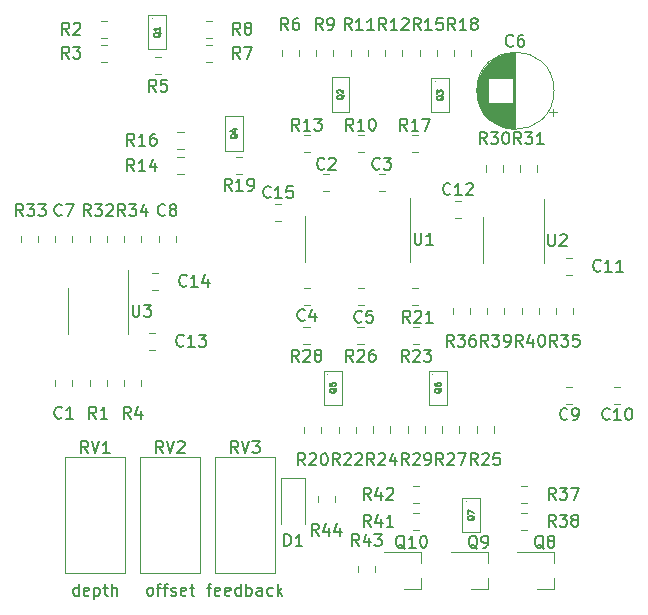
<source format=gbr>
G04 #@! TF.GenerationSoftware,KiCad,Pcbnew,5.1.6-c6e7f7d~87~ubuntu18.04.1*
G04 #@! TF.CreationDate,2020-07-29T17:57:34-04:00*
G04 #@! TF.ProjectId,arp_4072_LPF,6172705f-3430-4373-925f-4c50462e6b69,0*
G04 #@! TF.SameCoordinates,Original*
G04 #@! TF.FileFunction,Legend,Top*
G04 #@! TF.FilePolarity,Positive*
%FSLAX46Y46*%
G04 Gerber Fmt 4.6, Leading zero omitted, Abs format (unit mm)*
G04 Created by KiCad (PCBNEW 5.1.6-c6e7f7d~87~ubuntu18.04.1) date 2020-07-29 17:57:34*
%MOMM*%
%LPD*%
G01*
G04 APERTURE LIST*
%ADD10C,0.150000*%
%ADD11C,0.120000*%
%ADD12C,0.125000*%
%ADD13C,0.127000*%
G04 APERTURE END LIST*
D10*
X144081904Y-125515714D02*
X144462857Y-125515714D01*
X144224761Y-126182380D02*
X144224761Y-125325238D01*
X144272380Y-125230000D01*
X144367619Y-125182380D01*
X144462857Y-125182380D01*
X145177142Y-126134761D02*
X145081904Y-126182380D01*
X144891428Y-126182380D01*
X144796190Y-126134761D01*
X144748571Y-126039523D01*
X144748571Y-125658571D01*
X144796190Y-125563333D01*
X144891428Y-125515714D01*
X145081904Y-125515714D01*
X145177142Y-125563333D01*
X145224761Y-125658571D01*
X145224761Y-125753809D01*
X144748571Y-125849047D01*
X146034285Y-126134761D02*
X145939047Y-126182380D01*
X145748571Y-126182380D01*
X145653333Y-126134761D01*
X145605714Y-126039523D01*
X145605714Y-125658571D01*
X145653333Y-125563333D01*
X145748571Y-125515714D01*
X145939047Y-125515714D01*
X146034285Y-125563333D01*
X146081904Y-125658571D01*
X146081904Y-125753809D01*
X145605714Y-125849047D01*
X146939047Y-126182380D02*
X146939047Y-125182380D01*
X146939047Y-126134761D02*
X146843809Y-126182380D01*
X146653333Y-126182380D01*
X146558095Y-126134761D01*
X146510476Y-126087142D01*
X146462857Y-125991904D01*
X146462857Y-125706190D01*
X146510476Y-125610952D01*
X146558095Y-125563333D01*
X146653333Y-125515714D01*
X146843809Y-125515714D01*
X146939047Y-125563333D01*
X147415238Y-126182380D02*
X147415238Y-125182380D01*
X147415238Y-125563333D02*
X147510476Y-125515714D01*
X147700952Y-125515714D01*
X147796190Y-125563333D01*
X147843809Y-125610952D01*
X147891428Y-125706190D01*
X147891428Y-125991904D01*
X147843809Y-126087142D01*
X147796190Y-126134761D01*
X147700952Y-126182380D01*
X147510476Y-126182380D01*
X147415238Y-126134761D01*
X148748571Y-126182380D02*
X148748571Y-125658571D01*
X148700952Y-125563333D01*
X148605714Y-125515714D01*
X148415238Y-125515714D01*
X148320000Y-125563333D01*
X148748571Y-126134761D02*
X148653333Y-126182380D01*
X148415238Y-126182380D01*
X148320000Y-126134761D01*
X148272380Y-126039523D01*
X148272380Y-125944285D01*
X148320000Y-125849047D01*
X148415238Y-125801428D01*
X148653333Y-125801428D01*
X148748571Y-125753809D01*
X149653333Y-126134761D02*
X149558095Y-126182380D01*
X149367619Y-126182380D01*
X149272380Y-126134761D01*
X149224761Y-126087142D01*
X149177142Y-125991904D01*
X149177142Y-125706190D01*
X149224761Y-125610952D01*
X149272380Y-125563333D01*
X149367619Y-125515714D01*
X149558095Y-125515714D01*
X149653333Y-125563333D01*
X150081904Y-126182380D02*
X150081904Y-125182380D01*
X150177142Y-125801428D02*
X150462857Y-126182380D01*
X150462857Y-125515714D02*
X150081904Y-125896666D01*
X139208095Y-126182380D02*
X139112857Y-126134761D01*
X139065238Y-126087142D01*
X139017619Y-125991904D01*
X139017619Y-125706190D01*
X139065238Y-125610952D01*
X139112857Y-125563333D01*
X139208095Y-125515714D01*
X139350952Y-125515714D01*
X139446190Y-125563333D01*
X139493809Y-125610952D01*
X139541428Y-125706190D01*
X139541428Y-125991904D01*
X139493809Y-126087142D01*
X139446190Y-126134761D01*
X139350952Y-126182380D01*
X139208095Y-126182380D01*
X139827142Y-125515714D02*
X140208095Y-125515714D01*
X139970000Y-126182380D02*
X139970000Y-125325238D01*
X140017619Y-125230000D01*
X140112857Y-125182380D01*
X140208095Y-125182380D01*
X140398571Y-125515714D02*
X140779523Y-125515714D01*
X140541428Y-126182380D02*
X140541428Y-125325238D01*
X140589047Y-125230000D01*
X140684285Y-125182380D01*
X140779523Y-125182380D01*
X141065238Y-126134761D02*
X141160476Y-126182380D01*
X141350952Y-126182380D01*
X141446190Y-126134761D01*
X141493809Y-126039523D01*
X141493809Y-125991904D01*
X141446190Y-125896666D01*
X141350952Y-125849047D01*
X141208095Y-125849047D01*
X141112857Y-125801428D01*
X141065238Y-125706190D01*
X141065238Y-125658571D01*
X141112857Y-125563333D01*
X141208095Y-125515714D01*
X141350952Y-125515714D01*
X141446190Y-125563333D01*
X142303333Y-126134761D02*
X142208095Y-126182380D01*
X142017619Y-126182380D01*
X141922380Y-126134761D01*
X141874761Y-126039523D01*
X141874761Y-125658571D01*
X141922380Y-125563333D01*
X142017619Y-125515714D01*
X142208095Y-125515714D01*
X142303333Y-125563333D01*
X142350952Y-125658571D01*
X142350952Y-125753809D01*
X141874761Y-125849047D01*
X142636666Y-125515714D02*
X143017619Y-125515714D01*
X142779523Y-125182380D02*
X142779523Y-126039523D01*
X142827142Y-126134761D01*
X142922380Y-126182380D01*
X143017619Y-126182380D01*
X133215238Y-126182380D02*
X133215238Y-125182380D01*
X133215238Y-126134761D02*
X133120000Y-126182380D01*
X132929523Y-126182380D01*
X132834285Y-126134761D01*
X132786666Y-126087142D01*
X132739047Y-125991904D01*
X132739047Y-125706190D01*
X132786666Y-125610952D01*
X132834285Y-125563333D01*
X132929523Y-125515714D01*
X133120000Y-125515714D01*
X133215238Y-125563333D01*
X134072380Y-126134761D02*
X133977142Y-126182380D01*
X133786666Y-126182380D01*
X133691428Y-126134761D01*
X133643809Y-126039523D01*
X133643809Y-125658571D01*
X133691428Y-125563333D01*
X133786666Y-125515714D01*
X133977142Y-125515714D01*
X134072380Y-125563333D01*
X134120000Y-125658571D01*
X134120000Y-125753809D01*
X133643809Y-125849047D01*
X134548571Y-125515714D02*
X134548571Y-126515714D01*
X134548571Y-125563333D02*
X134643809Y-125515714D01*
X134834285Y-125515714D01*
X134929523Y-125563333D01*
X134977142Y-125610952D01*
X135024761Y-125706190D01*
X135024761Y-125991904D01*
X134977142Y-126087142D01*
X134929523Y-126134761D01*
X134834285Y-126182380D01*
X134643809Y-126182380D01*
X134548571Y-126134761D01*
X135310476Y-125515714D02*
X135691428Y-125515714D01*
X135453333Y-125182380D02*
X135453333Y-126039523D01*
X135500952Y-126134761D01*
X135596190Y-126182380D01*
X135691428Y-126182380D01*
X136024761Y-126182380D02*
X136024761Y-125182380D01*
X136453333Y-126182380D02*
X136453333Y-125658571D01*
X136405714Y-125563333D01*
X136310476Y-125515714D01*
X136167619Y-125515714D01*
X136072380Y-125563333D01*
X136024761Y-125610952D01*
D11*
X149852748Y-93016000D02*
X150375252Y-93016000D01*
X149852748Y-94436000D02*
X150375252Y-94436000D01*
D12*
X163430000Y-82670000D02*
G75*
G03*
X163430000Y-82670000I-50000J0D01*
G01*
X164580000Y-82370000D02*
X164580000Y-85270000D01*
X164580000Y-85270000D02*
X163080000Y-85270000D01*
X163080000Y-85270000D02*
X163080000Y-82370000D01*
X163080000Y-82370000D02*
X164580000Y-82370000D01*
D11*
X132314000Y-102108000D02*
X132314000Y-104058000D01*
X132314000Y-102108000D02*
X132314000Y-100158000D01*
X137434000Y-102108000D02*
X137434000Y-104058000D01*
X137434000Y-102108000D02*
X137434000Y-98658000D01*
X167489000Y-96079000D02*
X167489000Y-98029000D01*
X167489000Y-96079000D02*
X167489000Y-94129000D01*
X172609000Y-96079000D02*
X172609000Y-98029000D01*
X172609000Y-96079000D02*
X172609000Y-92629000D01*
X152410000Y-96012000D02*
X152410000Y-97962000D01*
X152410000Y-96012000D02*
X152410000Y-94062000D01*
X161280000Y-96012000D02*
X161280000Y-97962000D01*
X161280000Y-96012000D02*
X161280000Y-92562000D01*
X144790000Y-124265000D02*
X144790000Y-114495000D01*
X149860000Y-124265000D02*
X149860000Y-114495000D01*
X144790000Y-124265000D02*
X149860000Y-124265000D01*
X144790000Y-114495000D02*
X149860000Y-114495000D01*
X138440000Y-124265000D02*
X138440000Y-114495000D01*
X143510000Y-124265000D02*
X143510000Y-114495000D01*
X138440000Y-124265000D02*
X143510000Y-124265000D01*
X138440000Y-114495000D02*
X143510000Y-114495000D01*
X132090000Y-124265000D02*
X132090000Y-114495000D01*
X137160000Y-124265000D02*
X137160000Y-114495000D01*
X132090000Y-124265000D02*
X137160000Y-124265000D01*
X132090000Y-114495000D02*
X137160000Y-114495000D01*
X153468000Y-118253252D02*
X153468000Y-117730748D01*
X154888000Y-118253252D02*
X154888000Y-117730748D01*
X156897000Y-124204252D02*
X156897000Y-123681748D01*
X158317000Y-124204252D02*
X158317000Y-123681748D01*
X161536748Y-116892000D02*
X162059252Y-116892000D01*
X161536748Y-118312000D02*
X162059252Y-118312000D01*
X161527748Y-119178000D02*
X162050252Y-119178000D01*
X161527748Y-120598000D02*
X162050252Y-120598000D01*
X172160000Y-101855748D02*
X172160000Y-102378252D01*
X170740000Y-101855748D02*
X170740000Y-102378252D01*
X169239000Y-101855748D02*
X169239000Y-102378252D01*
X167819000Y-101855748D02*
X167819000Y-102378252D01*
X171203252Y-120598000D02*
X170680748Y-120598000D01*
X171203252Y-119178000D02*
X170680748Y-119178000D01*
X170689748Y-116892000D02*
X171212252Y-116892000D01*
X170689748Y-118312000D02*
X171212252Y-118312000D01*
X164898000Y-102378252D02*
X164898000Y-101855748D01*
X166318000Y-102378252D02*
X166318000Y-101855748D01*
X175081000Y-101855748D02*
X175081000Y-102378252D01*
X173661000Y-101855748D02*
X173661000Y-102378252D01*
X137085000Y-96264252D02*
X137085000Y-95741748D01*
X138505000Y-96264252D02*
X138505000Y-95741748D01*
X128322000Y-96264252D02*
X128322000Y-95741748D01*
X129742000Y-96264252D02*
X129742000Y-95741748D01*
X134164000Y-96264252D02*
X134164000Y-95741748D01*
X135584000Y-96264252D02*
X135584000Y-95741748D01*
X172033000Y-89772748D02*
X172033000Y-90295252D01*
X170613000Y-89772748D02*
X170613000Y-90295252D01*
X167692000Y-90295252D02*
X167692000Y-89772748D01*
X169112000Y-90295252D02*
X169112000Y-89772748D01*
X161088000Y-112393252D02*
X161088000Y-111870748D01*
X162508000Y-112393252D02*
X162508000Y-111870748D01*
X152256748Y-103430000D02*
X152779252Y-103430000D01*
X152256748Y-104850000D02*
X152779252Y-104850000D01*
X164009000Y-112393252D02*
X164009000Y-111870748D01*
X165429000Y-112393252D02*
X165429000Y-111870748D01*
X156828748Y-103430000D02*
X157351252Y-103430000D01*
X156828748Y-104850000D02*
X157351252Y-104850000D01*
X166930000Y-112393252D02*
X166930000Y-111870748D01*
X168350000Y-112393252D02*
X168350000Y-111870748D01*
X158167000Y-112393252D02*
X158167000Y-111870748D01*
X159587000Y-112393252D02*
X159587000Y-111870748D01*
X161545748Y-103430000D02*
X162068252Y-103430000D01*
X161545748Y-104850000D02*
X162068252Y-104850000D01*
X155246000Y-112411252D02*
X155246000Y-111888748D01*
X156666000Y-112411252D02*
X156666000Y-111888748D01*
X161418748Y-100128000D02*
X161941252Y-100128000D01*
X161418748Y-101548000D02*
X161941252Y-101548000D01*
X152325000Y-112411252D02*
X152325000Y-111888748D01*
X153745000Y-112411252D02*
X153745000Y-111888748D01*
X146541748Y-89079000D02*
X147064252Y-89079000D01*
X146541748Y-90499000D02*
X147064252Y-90499000D01*
X166445000Y-80011748D02*
X166445000Y-80534252D01*
X165025000Y-80011748D02*
X165025000Y-80534252D01*
X161418748Y-87174000D02*
X161941252Y-87174000D01*
X161418748Y-88594000D02*
X161941252Y-88594000D01*
X142111252Y-88340000D02*
X141588748Y-88340000D01*
X142111252Y-86920000D02*
X141588748Y-86920000D01*
X163524000Y-79993748D02*
X163524000Y-80516252D01*
X162104000Y-79993748D02*
X162104000Y-80516252D01*
X142111252Y-90499000D02*
X141588748Y-90499000D01*
X142111252Y-89079000D02*
X141588748Y-89079000D01*
X152274748Y-87174000D02*
X152797252Y-87174000D01*
X152274748Y-88594000D02*
X152797252Y-88594000D01*
X160603000Y-80011748D02*
X160603000Y-80534252D01*
X159183000Y-80011748D02*
X159183000Y-80534252D01*
X157682000Y-79993748D02*
X157682000Y-80516252D01*
X156262000Y-79993748D02*
X156262000Y-80516252D01*
X156846748Y-87174000D02*
X157369252Y-87174000D01*
X156846748Y-88594000D02*
X157369252Y-88594000D01*
X154761000Y-79993748D02*
X154761000Y-80516252D01*
X153341000Y-79993748D02*
X153341000Y-80516252D01*
X144542252Y-78942000D02*
X144019748Y-78942000D01*
X144542252Y-77522000D02*
X144019748Y-77522000D01*
X144019748Y-79554000D02*
X144542252Y-79554000D01*
X144019748Y-80974000D02*
X144542252Y-80974000D01*
X151840000Y-80011748D02*
X151840000Y-80534252D01*
X150420000Y-80011748D02*
X150420000Y-80534252D01*
X139683748Y-80570000D02*
X140206252Y-80570000D01*
X139683748Y-81990000D02*
X140206252Y-81990000D01*
X138505000Y-107951748D02*
X138505000Y-108474252D01*
X137085000Y-107951748D02*
X137085000Y-108474252D01*
X135634252Y-80974000D02*
X135111748Y-80974000D01*
X135634252Y-79554000D02*
X135111748Y-79554000D01*
X135634252Y-78942000D02*
X135111748Y-78942000D01*
X135634252Y-77522000D02*
X135111748Y-77522000D01*
X134164000Y-108474252D02*
X134164000Y-107951748D01*
X135584000Y-108474252D02*
X135584000Y-107951748D01*
X162201000Y-125659000D02*
X162201000Y-124729000D01*
X162201000Y-122499000D02*
X162201000Y-123429000D01*
X162201000Y-122499000D02*
X159041000Y-122499000D01*
X162201000Y-125659000D02*
X160741000Y-125659000D01*
X167868000Y-125659000D02*
X167868000Y-124729000D01*
X167868000Y-122499000D02*
X167868000Y-123429000D01*
X167868000Y-122499000D02*
X164708000Y-122499000D01*
X167868000Y-125659000D02*
X166408000Y-125659000D01*
X173456000Y-125659000D02*
X173456000Y-124729000D01*
X173456000Y-122499000D02*
X173456000Y-123429000D01*
X173456000Y-122499000D02*
X170296000Y-122499000D01*
X173456000Y-125659000D02*
X171996000Y-125659000D01*
D12*
X166044000Y-118230000D02*
G75*
G03*
X166044000Y-118230000I-50000J0D01*
G01*
X167194000Y-117930000D02*
X167194000Y-120830000D01*
X167194000Y-120830000D02*
X165694000Y-120830000D01*
X165694000Y-120830000D02*
X165694000Y-117930000D01*
X165694000Y-117930000D02*
X167194000Y-117930000D01*
X163229000Y-107435000D02*
G75*
G03*
X163229000Y-107435000I-50000J0D01*
G01*
X164379000Y-107135000D02*
X164379000Y-110035000D01*
X164379000Y-110035000D02*
X162879000Y-110035000D01*
X162879000Y-110035000D02*
X162879000Y-107135000D01*
X162879000Y-107135000D02*
X164379000Y-107135000D01*
X154360000Y-107435000D02*
G75*
G03*
X154360000Y-107435000I-50000J0D01*
G01*
X155510000Y-107135000D02*
X155510000Y-110035000D01*
X155510000Y-110035000D02*
X154010000Y-110035000D01*
X154010000Y-110035000D02*
X154010000Y-107135000D01*
X154010000Y-107135000D02*
X155510000Y-107135000D01*
X145957000Y-85911000D02*
G75*
G03*
X145957000Y-85911000I-50000J0D01*
G01*
X147107000Y-85611000D02*
X147107000Y-88511000D01*
X147107000Y-88511000D02*
X145607000Y-88511000D01*
X145607000Y-88511000D02*
X145607000Y-85611000D01*
X145607000Y-85611000D02*
X147107000Y-85611000D01*
X154995000Y-82609000D02*
G75*
G03*
X154995000Y-82609000I-50000J0D01*
G01*
X156145000Y-82309000D02*
X156145000Y-85209000D01*
X156145000Y-85209000D02*
X154645000Y-85209000D01*
X154645000Y-85209000D02*
X154645000Y-82309000D01*
X154645000Y-82309000D02*
X156145000Y-82309000D01*
X139480000Y-77336000D02*
G75*
G03*
X139480000Y-77336000I-50000J0D01*
G01*
X140630000Y-77036000D02*
X140630000Y-79936000D01*
X140630000Y-79936000D02*
X139130000Y-79936000D01*
X139130000Y-79936000D02*
X139130000Y-77036000D01*
X139130000Y-77036000D02*
X140630000Y-77036000D01*
D11*
X152384000Y-116242000D02*
X150384000Y-116242000D01*
X150384000Y-116242000D02*
X150384000Y-120142000D01*
X152384000Y-116242000D02*
X152384000Y-120142000D01*
X139970252Y-100278000D02*
X139447748Y-100278000D01*
X139970252Y-98858000D02*
X139447748Y-98858000D01*
X139175748Y-103938000D02*
X139698252Y-103938000D01*
X139175748Y-105358000D02*
X139698252Y-105358000D01*
X165083748Y-92762000D02*
X165606252Y-92762000D01*
X165083748Y-94182000D02*
X165606252Y-94182000D01*
X174499748Y-97588000D02*
X175022252Y-97588000D01*
X174499748Y-99008000D02*
X175022252Y-99008000D01*
X179077252Y-109930000D02*
X178554748Y-109930000D01*
X179077252Y-108510000D02*
X178554748Y-108510000D01*
X175022252Y-109930000D02*
X174499748Y-109930000D01*
X175022252Y-108510000D02*
X174499748Y-108510000D01*
X140006000Y-96264252D02*
X140006000Y-95741748D01*
X141426000Y-96264252D02*
X141426000Y-95741748D01*
X132663000Y-95750748D02*
X132663000Y-96273252D01*
X131243000Y-95750748D02*
X131243000Y-96273252D01*
X173470000Y-83439000D02*
G75*
G03*
X173470000Y-83439000I-3270000J0D01*
G01*
X170200000Y-86669000D02*
X170200000Y-80209000D01*
X170160000Y-86669000D02*
X170160000Y-80209000D01*
X170120000Y-86669000D02*
X170120000Y-80209000D01*
X170080000Y-86667000D02*
X170080000Y-80211000D01*
X170040000Y-86666000D02*
X170040000Y-80212000D01*
X170000000Y-86663000D02*
X170000000Y-80215000D01*
X169960000Y-86661000D02*
X169960000Y-84479000D01*
X169960000Y-82399000D02*
X169960000Y-80217000D01*
X169920000Y-86657000D02*
X169920000Y-84479000D01*
X169920000Y-82399000D02*
X169920000Y-80221000D01*
X169880000Y-86654000D02*
X169880000Y-84479000D01*
X169880000Y-82399000D02*
X169880000Y-80224000D01*
X169840000Y-86650000D02*
X169840000Y-84479000D01*
X169840000Y-82399000D02*
X169840000Y-80228000D01*
X169800000Y-86645000D02*
X169800000Y-84479000D01*
X169800000Y-82399000D02*
X169800000Y-80233000D01*
X169760000Y-86640000D02*
X169760000Y-84479000D01*
X169760000Y-82399000D02*
X169760000Y-80238000D01*
X169720000Y-86634000D02*
X169720000Y-84479000D01*
X169720000Y-82399000D02*
X169720000Y-80244000D01*
X169680000Y-86628000D02*
X169680000Y-84479000D01*
X169680000Y-82399000D02*
X169680000Y-80250000D01*
X169640000Y-86621000D02*
X169640000Y-84479000D01*
X169640000Y-82399000D02*
X169640000Y-80257000D01*
X169600000Y-86614000D02*
X169600000Y-84479000D01*
X169600000Y-82399000D02*
X169600000Y-80264000D01*
X169560000Y-86606000D02*
X169560000Y-84479000D01*
X169560000Y-82399000D02*
X169560000Y-80272000D01*
X169520000Y-86598000D02*
X169520000Y-84479000D01*
X169520000Y-82399000D02*
X169520000Y-80280000D01*
X169479000Y-86589000D02*
X169479000Y-84479000D01*
X169479000Y-82399000D02*
X169479000Y-80289000D01*
X169439000Y-86580000D02*
X169439000Y-84479000D01*
X169439000Y-82399000D02*
X169439000Y-80298000D01*
X169399000Y-86570000D02*
X169399000Y-84479000D01*
X169399000Y-82399000D02*
X169399000Y-80308000D01*
X169359000Y-86560000D02*
X169359000Y-84479000D01*
X169359000Y-82399000D02*
X169359000Y-80318000D01*
X169319000Y-86549000D02*
X169319000Y-84479000D01*
X169319000Y-82399000D02*
X169319000Y-80329000D01*
X169279000Y-86537000D02*
X169279000Y-84479000D01*
X169279000Y-82399000D02*
X169279000Y-80341000D01*
X169239000Y-86525000D02*
X169239000Y-84479000D01*
X169239000Y-82399000D02*
X169239000Y-80353000D01*
X169199000Y-86513000D02*
X169199000Y-84479000D01*
X169199000Y-82399000D02*
X169199000Y-80365000D01*
X169159000Y-86500000D02*
X169159000Y-84479000D01*
X169159000Y-82399000D02*
X169159000Y-80378000D01*
X169119000Y-86486000D02*
X169119000Y-84479000D01*
X169119000Y-82399000D02*
X169119000Y-80392000D01*
X169079000Y-86472000D02*
X169079000Y-84479000D01*
X169079000Y-82399000D02*
X169079000Y-80406000D01*
X169039000Y-86457000D02*
X169039000Y-84479000D01*
X169039000Y-82399000D02*
X169039000Y-80421000D01*
X168999000Y-86441000D02*
X168999000Y-84479000D01*
X168999000Y-82399000D02*
X168999000Y-80437000D01*
X168959000Y-86425000D02*
X168959000Y-84479000D01*
X168959000Y-82399000D02*
X168959000Y-80453000D01*
X168919000Y-86409000D02*
X168919000Y-84479000D01*
X168919000Y-82399000D02*
X168919000Y-80469000D01*
X168879000Y-86391000D02*
X168879000Y-84479000D01*
X168879000Y-82399000D02*
X168879000Y-80487000D01*
X168839000Y-86373000D02*
X168839000Y-84479000D01*
X168839000Y-82399000D02*
X168839000Y-80505000D01*
X168799000Y-86355000D02*
X168799000Y-84479000D01*
X168799000Y-82399000D02*
X168799000Y-80523000D01*
X168759000Y-86335000D02*
X168759000Y-84479000D01*
X168759000Y-82399000D02*
X168759000Y-80543000D01*
X168719000Y-86315000D02*
X168719000Y-84479000D01*
X168719000Y-82399000D02*
X168719000Y-80563000D01*
X168679000Y-86295000D02*
X168679000Y-84479000D01*
X168679000Y-82399000D02*
X168679000Y-80583000D01*
X168639000Y-86273000D02*
X168639000Y-84479000D01*
X168639000Y-82399000D02*
X168639000Y-80605000D01*
X168599000Y-86251000D02*
X168599000Y-84479000D01*
X168599000Y-82399000D02*
X168599000Y-80627000D01*
X168559000Y-86229000D02*
X168559000Y-84479000D01*
X168559000Y-82399000D02*
X168559000Y-80649000D01*
X168519000Y-86205000D02*
X168519000Y-84479000D01*
X168519000Y-82399000D02*
X168519000Y-80673000D01*
X168479000Y-86181000D02*
X168479000Y-84479000D01*
X168479000Y-82399000D02*
X168479000Y-80697000D01*
X168439000Y-86155000D02*
X168439000Y-84479000D01*
X168439000Y-82399000D02*
X168439000Y-80723000D01*
X168399000Y-86129000D02*
X168399000Y-84479000D01*
X168399000Y-82399000D02*
X168399000Y-80749000D01*
X168359000Y-86103000D02*
X168359000Y-84479000D01*
X168359000Y-82399000D02*
X168359000Y-80775000D01*
X168319000Y-86075000D02*
X168319000Y-84479000D01*
X168319000Y-82399000D02*
X168319000Y-80803000D01*
X168279000Y-86046000D02*
X168279000Y-84479000D01*
X168279000Y-82399000D02*
X168279000Y-80832000D01*
X168239000Y-86017000D02*
X168239000Y-84479000D01*
X168239000Y-82399000D02*
X168239000Y-80861000D01*
X168199000Y-85987000D02*
X168199000Y-84479000D01*
X168199000Y-82399000D02*
X168199000Y-80891000D01*
X168159000Y-85955000D02*
X168159000Y-84479000D01*
X168159000Y-82399000D02*
X168159000Y-80923000D01*
X168119000Y-85923000D02*
X168119000Y-84479000D01*
X168119000Y-82399000D02*
X168119000Y-80955000D01*
X168079000Y-85889000D02*
X168079000Y-84479000D01*
X168079000Y-82399000D02*
X168079000Y-80989000D01*
X168039000Y-85855000D02*
X168039000Y-84479000D01*
X168039000Y-82399000D02*
X168039000Y-81023000D01*
X167999000Y-85819000D02*
X167999000Y-84479000D01*
X167999000Y-82399000D02*
X167999000Y-81059000D01*
X167959000Y-85782000D02*
X167959000Y-84479000D01*
X167959000Y-82399000D02*
X167959000Y-81096000D01*
X167919000Y-85744000D02*
X167919000Y-84479000D01*
X167919000Y-82399000D02*
X167919000Y-81134000D01*
X167879000Y-85704000D02*
X167879000Y-81174000D01*
X167839000Y-85663000D02*
X167839000Y-81215000D01*
X167799000Y-85621000D02*
X167799000Y-81257000D01*
X167759000Y-85576000D02*
X167759000Y-81302000D01*
X167719000Y-85531000D02*
X167719000Y-81347000D01*
X167679000Y-85483000D02*
X167679000Y-81395000D01*
X167639000Y-85434000D02*
X167639000Y-81444000D01*
X167599000Y-85383000D02*
X167599000Y-81495000D01*
X167559000Y-85329000D02*
X167559000Y-81549000D01*
X167519000Y-85273000D02*
X167519000Y-81605000D01*
X167479000Y-85215000D02*
X167479000Y-81663000D01*
X167439000Y-85153000D02*
X167439000Y-81725000D01*
X167399000Y-85089000D02*
X167399000Y-81789000D01*
X167359000Y-85020000D02*
X167359000Y-81858000D01*
X167319000Y-84948000D02*
X167319000Y-81930000D01*
X167279000Y-84871000D02*
X167279000Y-82007000D01*
X167239000Y-84789000D02*
X167239000Y-82089000D01*
X167199000Y-84701000D02*
X167199000Y-82177000D01*
X167159000Y-84604000D02*
X167159000Y-82274000D01*
X167119000Y-84498000D02*
X167119000Y-82380000D01*
X167079000Y-84379000D02*
X167079000Y-82499000D01*
X167039000Y-84241000D02*
X167039000Y-82637000D01*
X166999000Y-84072000D02*
X166999000Y-82806000D01*
X166959000Y-83841000D02*
X166959000Y-83037000D01*
X173700241Y-85278000D02*
X173070241Y-85278000D01*
X173385241Y-85593000D02*
X173385241Y-84963000D01*
X156846748Y-100128000D02*
X157369252Y-100128000D01*
X156846748Y-101548000D02*
X157369252Y-101548000D01*
X152797252Y-101548000D02*
X152274748Y-101548000D01*
X152797252Y-100128000D02*
X152274748Y-100128000D01*
X158624748Y-90476000D02*
X159147252Y-90476000D01*
X158624748Y-91896000D02*
X159147252Y-91896000D01*
X154448252Y-91896000D02*
X153925748Y-91896000D01*
X154448252Y-90476000D02*
X153925748Y-90476000D01*
X132663000Y-107951748D02*
X132663000Y-108474252D01*
X131243000Y-107951748D02*
X131243000Y-108474252D01*
D10*
X149471142Y-92433142D02*
X149423523Y-92480761D01*
X149280666Y-92528380D01*
X149185428Y-92528380D01*
X149042571Y-92480761D01*
X148947333Y-92385523D01*
X148899714Y-92290285D01*
X148852095Y-92099809D01*
X148852095Y-91956952D01*
X148899714Y-91766476D01*
X148947333Y-91671238D01*
X149042571Y-91576000D01*
X149185428Y-91528380D01*
X149280666Y-91528380D01*
X149423523Y-91576000D01*
X149471142Y-91623619D01*
X150423523Y-92528380D02*
X149852095Y-92528380D01*
X150137809Y-92528380D02*
X150137809Y-91528380D01*
X150042571Y-91671238D01*
X149947333Y-91766476D01*
X149852095Y-91814095D01*
X151328285Y-91528380D02*
X150852095Y-91528380D01*
X150804476Y-92004571D01*
X150852095Y-91956952D01*
X150947333Y-91909333D01*
X151185428Y-91909333D01*
X151280666Y-91956952D01*
X151328285Y-92004571D01*
X151375904Y-92099809D01*
X151375904Y-92337904D01*
X151328285Y-92433142D01*
X151280666Y-92480761D01*
X151185428Y-92528380D01*
X150947333Y-92528380D01*
X150852095Y-92480761D01*
X150804476Y-92433142D01*
D13*
X164108190Y-83868380D02*
X164084000Y-83916761D01*
X164035619Y-83965142D01*
X163963047Y-84037714D01*
X163938857Y-84086095D01*
X163938857Y-84134476D01*
X164059809Y-84110285D02*
X164035619Y-84158666D01*
X163987238Y-84207047D01*
X163890476Y-84231238D01*
X163721142Y-84231238D01*
X163624380Y-84207047D01*
X163576000Y-84158666D01*
X163551809Y-84110285D01*
X163551809Y-84013523D01*
X163576000Y-83965142D01*
X163624380Y-83916761D01*
X163721142Y-83892571D01*
X163890476Y-83892571D01*
X163987238Y-83916761D01*
X164035619Y-83965142D01*
X164059809Y-84013523D01*
X164059809Y-84110285D01*
X163551809Y-83723238D02*
X163551809Y-83408761D01*
X163745333Y-83578095D01*
X163745333Y-83505523D01*
X163769523Y-83457142D01*
X163793714Y-83432952D01*
X163842095Y-83408761D01*
X163963047Y-83408761D01*
X164011428Y-83432952D01*
X164035619Y-83457142D01*
X164059809Y-83505523D01*
X164059809Y-83650666D01*
X164035619Y-83699047D01*
X164011428Y-83723238D01*
D10*
X137795095Y-101560380D02*
X137795095Y-102369904D01*
X137842714Y-102465142D01*
X137890333Y-102512761D01*
X137985571Y-102560380D01*
X138176047Y-102560380D01*
X138271285Y-102512761D01*
X138318904Y-102465142D01*
X138366523Y-102369904D01*
X138366523Y-101560380D01*
X138747476Y-101560380D02*
X139366523Y-101560380D01*
X139033190Y-101941333D01*
X139176047Y-101941333D01*
X139271285Y-101988952D01*
X139318904Y-102036571D01*
X139366523Y-102131809D01*
X139366523Y-102369904D01*
X139318904Y-102465142D01*
X139271285Y-102512761D01*
X139176047Y-102560380D01*
X138890333Y-102560380D01*
X138795095Y-102512761D01*
X138747476Y-102465142D01*
X172974095Y-95591380D02*
X172974095Y-96400904D01*
X173021714Y-96496142D01*
X173069333Y-96543761D01*
X173164571Y-96591380D01*
X173355047Y-96591380D01*
X173450285Y-96543761D01*
X173497904Y-96496142D01*
X173545523Y-96400904D01*
X173545523Y-95591380D01*
X173974095Y-95686619D02*
X174021714Y-95639000D01*
X174116952Y-95591380D01*
X174355047Y-95591380D01*
X174450285Y-95639000D01*
X174497904Y-95686619D01*
X174545523Y-95781857D01*
X174545523Y-95877095D01*
X174497904Y-96019952D01*
X173926476Y-96591380D01*
X174545523Y-96591380D01*
X161671095Y-95464380D02*
X161671095Y-96273904D01*
X161718714Y-96369142D01*
X161766333Y-96416761D01*
X161861571Y-96464380D01*
X162052047Y-96464380D01*
X162147285Y-96416761D01*
X162194904Y-96369142D01*
X162242523Y-96273904D01*
X162242523Y-95464380D01*
X163242523Y-96464380D02*
X162671095Y-96464380D01*
X162956809Y-96464380D02*
X162956809Y-95464380D01*
X162861571Y-95607238D01*
X162766333Y-95702476D01*
X162671095Y-95750095D01*
X146724761Y-114117380D02*
X146391428Y-113641190D01*
X146153333Y-114117380D02*
X146153333Y-113117380D01*
X146534285Y-113117380D01*
X146629523Y-113165000D01*
X146677142Y-113212619D01*
X146724761Y-113307857D01*
X146724761Y-113450714D01*
X146677142Y-113545952D01*
X146629523Y-113593571D01*
X146534285Y-113641190D01*
X146153333Y-113641190D01*
X147010476Y-113117380D02*
X147343809Y-114117380D01*
X147677142Y-113117380D01*
X147915238Y-113117380D02*
X148534285Y-113117380D01*
X148200952Y-113498333D01*
X148343809Y-113498333D01*
X148439047Y-113545952D01*
X148486666Y-113593571D01*
X148534285Y-113688809D01*
X148534285Y-113926904D01*
X148486666Y-114022142D01*
X148439047Y-114069761D01*
X148343809Y-114117380D01*
X148058095Y-114117380D01*
X147962857Y-114069761D01*
X147915238Y-114022142D01*
X140374761Y-114117380D02*
X140041428Y-113641190D01*
X139803333Y-114117380D02*
X139803333Y-113117380D01*
X140184285Y-113117380D01*
X140279523Y-113165000D01*
X140327142Y-113212619D01*
X140374761Y-113307857D01*
X140374761Y-113450714D01*
X140327142Y-113545952D01*
X140279523Y-113593571D01*
X140184285Y-113641190D01*
X139803333Y-113641190D01*
X140660476Y-113117380D02*
X140993809Y-114117380D01*
X141327142Y-113117380D01*
X141612857Y-113212619D02*
X141660476Y-113165000D01*
X141755714Y-113117380D01*
X141993809Y-113117380D01*
X142089047Y-113165000D01*
X142136666Y-113212619D01*
X142184285Y-113307857D01*
X142184285Y-113403095D01*
X142136666Y-113545952D01*
X141565238Y-114117380D01*
X142184285Y-114117380D01*
X134024761Y-114117380D02*
X133691428Y-113641190D01*
X133453333Y-114117380D02*
X133453333Y-113117380D01*
X133834285Y-113117380D01*
X133929523Y-113165000D01*
X133977142Y-113212619D01*
X134024761Y-113307857D01*
X134024761Y-113450714D01*
X133977142Y-113545952D01*
X133929523Y-113593571D01*
X133834285Y-113641190D01*
X133453333Y-113641190D01*
X134310476Y-113117380D02*
X134643809Y-114117380D01*
X134977142Y-113117380D01*
X135834285Y-114117380D02*
X135262857Y-114117380D01*
X135548571Y-114117380D02*
X135548571Y-113117380D01*
X135453333Y-113260238D01*
X135358095Y-113355476D01*
X135262857Y-113403095D01*
X153535142Y-121102380D02*
X153201809Y-120626190D01*
X152963714Y-121102380D02*
X152963714Y-120102380D01*
X153344666Y-120102380D01*
X153439904Y-120150000D01*
X153487523Y-120197619D01*
X153535142Y-120292857D01*
X153535142Y-120435714D01*
X153487523Y-120530952D01*
X153439904Y-120578571D01*
X153344666Y-120626190D01*
X152963714Y-120626190D01*
X154392285Y-120435714D02*
X154392285Y-121102380D01*
X154154190Y-120054761D02*
X153916095Y-120769047D01*
X154535142Y-120769047D01*
X155344666Y-120435714D02*
X155344666Y-121102380D01*
X155106571Y-120054761D02*
X154868476Y-120769047D01*
X155487523Y-120769047D01*
X156964142Y-121982380D02*
X156630809Y-121506190D01*
X156392714Y-121982380D02*
X156392714Y-120982380D01*
X156773666Y-120982380D01*
X156868904Y-121030000D01*
X156916523Y-121077619D01*
X156964142Y-121172857D01*
X156964142Y-121315714D01*
X156916523Y-121410952D01*
X156868904Y-121458571D01*
X156773666Y-121506190D01*
X156392714Y-121506190D01*
X157821285Y-121315714D02*
X157821285Y-121982380D01*
X157583190Y-120934761D02*
X157345095Y-121649047D01*
X157964142Y-121649047D01*
X158249857Y-120982380D02*
X158868904Y-120982380D01*
X158535571Y-121363333D01*
X158678428Y-121363333D01*
X158773666Y-121410952D01*
X158821285Y-121458571D01*
X158868904Y-121553809D01*
X158868904Y-121791904D01*
X158821285Y-121887142D01*
X158773666Y-121934761D01*
X158678428Y-121982380D01*
X158392714Y-121982380D01*
X158297476Y-121934761D01*
X158249857Y-121887142D01*
X157971142Y-118054380D02*
X157637809Y-117578190D01*
X157399714Y-118054380D02*
X157399714Y-117054380D01*
X157780666Y-117054380D01*
X157875904Y-117102000D01*
X157923523Y-117149619D01*
X157971142Y-117244857D01*
X157971142Y-117387714D01*
X157923523Y-117482952D01*
X157875904Y-117530571D01*
X157780666Y-117578190D01*
X157399714Y-117578190D01*
X158828285Y-117387714D02*
X158828285Y-118054380D01*
X158590190Y-117006761D02*
X158352095Y-117721047D01*
X158971142Y-117721047D01*
X159304476Y-117149619D02*
X159352095Y-117102000D01*
X159447333Y-117054380D01*
X159685428Y-117054380D01*
X159780666Y-117102000D01*
X159828285Y-117149619D01*
X159875904Y-117244857D01*
X159875904Y-117340095D01*
X159828285Y-117482952D01*
X159256857Y-118054380D01*
X159875904Y-118054380D01*
X157971142Y-120340380D02*
X157637809Y-119864190D01*
X157399714Y-120340380D02*
X157399714Y-119340380D01*
X157780666Y-119340380D01*
X157875904Y-119388000D01*
X157923523Y-119435619D01*
X157971142Y-119530857D01*
X157971142Y-119673714D01*
X157923523Y-119768952D01*
X157875904Y-119816571D01*
X157780666Y-119864190D01*
X157399714Y-119864190D01*
X158828285Y-119673714D02*
X158828285Y-120340380D01*
X158590190Y-119292761D02*
X158352095Y-120007047D01*
X158971142Y-120007047D01*
X159875904Y-120340380D02*
X159304476Y-120340380D01*
X159590190Y-120340380D02*
X159590190Y-119340380D01*
X159494952Y-119483238D01*
X159399714Y-119578476D01*
X159304476Y-119626095D01*
X170807142Y-105100380D02*
X170473809Y-104624190D01*
X170235714Y-105100380D02*
X170235714Y-104100380D01*
X170616666Y-104100380D01*
X170711904Y-104148000D01*
X170759523Y-104195619D01*
X170807142Y-104290857D01*
X170807142Y-104433714D01*
X170759523Y-104528952D01*
X170711904Y-104576571D01*
X170616666Y-104624190D01*
X170235714Y-104624190D01*
X171664285Y-104433714D02*
X171664285Y-105100380D01*
X171426190Y-104052761D02*
X171188095Y-104767047D01*
X171807142Y-104767047D01*
X172378571Y-104100380D02*
X172473809Y-104100380D01*
X172569047Y-104148000D01*
X172616666Y-104195619D01*
X172664285Y-104290857D01*
X172711904Y-104481333D01*
X172711904Y-104719428D01*
X172664285Y-104909904D01*
X172616666Y-105005142D01*
X172569047Y-105052761D01*
X172473809Y-105100380D01*
X172378571Y-105100380D01*
X172283333Y-105052761D01*
X172235714Y-105005142D01*
X172188095Y-104909904D01*
X172140476Y-104719428D01*
X172140476Y-104481333D01*
X172188095Y-104290857D01*
X172235714Y-104195619D01*
X172283333Y-104148000D01*
X172378571Y-104100380D01*
X167886142Y-105100380D02*
X167552809Y-104624190D01*
X167314714Y-105100380D02*
X167314714Y-104100380D01*
X167695666Y-104100380D01*
X167790904Y-104148000D01*
X167838523Y-104195619D01*
X167886142Y-104290857D01*
X167886142Y-104433714D01*
X167838523Y-104528952D01*
X167790904Y-104576571D01*
X167695666Y-104624190D01*
X167314714Y-104624190D01*
X168219476Y-104100380D02*
X168838523Y-104100380D01*
X168505190Y-104481333D01*
X168648047Y-104481333D01*
X168743285Y-104528952D01*
X168790904Y-104576571D01*
X168838523Y-104671809D01*
X168838523Y-104909904D01*
X168790904Y-105005142D01*
X168743285Y-105052761D01*
X168648047Y-105100380D01*
X168362333Y-105100380D01*
X168267095Y-105052761D01*
X168219476Y-105005142D01*
X169314714Y-105100380D02*
X169505190Y-105100380D01*
X169600428Y-105052761D01*
X169648047Y-105005142D01*
X169743285Y-104862285D01*
X169790904Y-104671809D01*
X169790904Y-104290857D01*
X169743285Y-104195619D01*
X169695666Y-104148000D01*
X169600428Y-104100380D01*
X169409952Y-104100380D01*
X169314714Y-104148000D01*
X169267095Y-104195619D01*
X169219476Y-104290857D01*
X169219476Y-104528952D01*
X169267095Y-104624190D01*
X169314714Y-104671809D01*
X169409952Y-104719428D01*
X169600428Y-104719428D01*
X169695666Y-104671809D01*
X169743285Y-104624190D01*
X169790904Y-104528952D01*
X173610142Y-120340380D02*
X173276809Y-119864190D01*
X173038714Y-120340380D02*
X173038714Y-119340380D01*
X173419666Y-119340380D01*
X173514904Y-119388000D01*
X173562523Y-119435619D01*
X173610142Y-119530857D01*
X173610142Y-119673714D01*
X173562523Y-119768952D01*
X173514904Y-119816571D01*
X173419666Y-119864190D01*
X173038714Y-119864190D01*
X173943476Y-119340380D02*
X174562523Y-119340380D01*
X174229190Y-119721333D01*
X174372047Y-119721333D01*
X174467285Y-119768952D01*
X174514904Y-119816571D01*
X174562523Y-119911809D01*
X174562523Y-120149904D01*
X174514904Y-120245142D01*
X174467285Y-120292761D01*
X174372047Y-120340380D01*
X174086333Y-120340380D01*
X173991095Y-120292761D01*
X173943476Y-120245142D01*
X175133952Y-119768952D02*
X175038714Y-119721333D01*
X174991095Y-119673714D01*
X174943476Y-119578476D01*
X174943476Y-119530857D01*
X174991095Y-119435619D01*
X175038714Y-119388000D01*
X175133952Y-119340380D01*
X175324428Y-119340380D01*
X175419666Y-119388000D01*
X175467285Y-119435619D01*
X175514904Y-119530857D01*
X175514904Y-119578476D01*
X175467285Y-119673714D01*
X175419666Y-119721333D01*
X175324428Y-119768952D01*
X175133952Y-119768952D01*
X175038714Y-119816571D01*
X174991095Y-119864190D01*
X174943476Y-119959428D01*
X174943476Y-120149904D01*
X174991095Y-120245142D01*
X175038714Y-120292761D01*
X175133952Y-120340380D01*
X175324428Y-120340380D01*
X175419666Y-120292761D01*
X175467285Y-120245142D01*
X175514904Y-120149904D01*
X175514904Y-119959428D01*
X175467285Y-119864190D01*
X175419666Y-119816571D01*
X175324428Y-119768952D01*
X173601142Y-118054380D02*
X173267809Y-117578190D01*
X173029714Y-118054380D02*
X173029714Y-117054380D01*
X173410666Y-117054380D01*
X173505904Y-117102000D01*
X173553523Y-117149619D01*
X173601142Y-117244857D01*
X173601142Y-117387714D01*
X173553523Y-117482952D01*
X173505904Y-117530571D01*
X173410666Y-117578190D01*
X173029714Y-117578190D01*
X173934476Y-117054380D02*
X174553523Y-117054380D01*
X174220190Y-117435333D01*
X174363047Y-117435333D01*
X174458285Y-117482952D01*
X174505904Y-117530571D01*
X174553523Y-117625809D01*
X174553523Y-117863904D01*
X174505904Y-117959142D01*
X174458285Y-118006761D01*
X174363047Y-118054380D01*
X174077333Y-118054380D01*
X173982095Y-118006761D01*
X173934476Y-117959142D01*
X174886857Y-117054380D02*
X175553523Y-117054380D01*
X175124952Y-118054380D01*
X164965142Y-105100380D02*
X164631809Y-104624190D01*
X164393714Y-105100380D02*
X164393714Y-104100380D01*
X164774666Y-104100380D01*
X164869904Y-104148000D01*
X164917523Y-104195619D01*
X164965142Y-104290857D01*
X164965142Y-104433714D01*
X164917523Y-104528952D01*
X164869904Y-104576571D01*
X164774666Y-104624190D01*
X164393714Y-104624190D01*
X165298476Y-104100380D02*
X165917523Y-104100380D01*
X165584190Y-104481333D01*
X165727047Y-104481333D01*
X165822285Y-104528952D01*
X165869904Y-104576571D01*
X165917523Y-104671809D01*
X165917523Y-104909904D01*
X165869904Y-105005142D01*
X165822285Y-105052761D01*
X165727047Y-105100380D01*
X165441333Y-105100380D01*
X165346095Y-105052761D01*
X165298476Y-105005142D01*
X166774666Y-104100380D02*
X166584190Y-104100380D01*
X166488952Y-104148000D01*
X166441333Y-104195619D01*
X166346095Y-104338476D01*
X166298476Y-104528952D01*
X166298476Y-104909904D01*
X166346095Y-105005142D01*
X166393714Y-105052761D01*
X166488952Y-105100380D01*
X166679428Y-105100380D01*
X166774666Y-105052761D01*
X166822285Y-105005142D01*
X166869904Y-104909904D01*
X166869904Y-104671809D01*
X166822285Y-104576571D01*
X166774666Y-104528952D01*
X166679428Y-104481333D01*
X166488952Y-104481333D01*
X166393714Y-104528952D01*
X166346095Y-104576571D01*
X166298476Y-104671809D01*
X173728142Y-105100380D02*
X173394809Y-104624190D01*
X173156714Y-105100380D02*
X173156714Y-104100380D01*
X173537666Y-104100380D01*
X173632904Y-104148000D01*
X173680523Y-104195619D01*
X173728142Y-104290857D01*
X173728142Y-104433714D01*
X173680523Y-104528952D01*
X173632904Y-104576571D01*
X173537666Y-104624190D01*
X173156714Y-104624190D01*
X174061476Y-104100380D02*
X174680523Y-104100380D01*
X174347190Y-104481333D01*
X174490047Y-104481333D01*
X174585285Y-104528952D01*
X174632904Y-104576571D01*
X174680523Y-104671809D01*
X174680523Y-104909904D01*
X174632904Y-105005142D01*
X174585285Y-105052761D01*
X174490047Y-105100380D01*
X174204333Y-105100380D01*
X174109095Y-105052761D01*
X174061476Y-105005142D01*
X175585285Y-104100380D02*
X175109095Y-104100380D01*
X175061476Y-104576571D01*
X175109095Y-104528952D01*
X175204333Y-104481333D01*
X175442428Y-104481333D01*
X175537666Y-104528952D01*
X175585285Y-104576571D01*
X175632904Y-104671809D01*
X175632904Y-104909904D01*
X175585285Y-105005142D01*
X175537666Y-105052761D01*
X175442428Y-105100380D01*
X175204333Y-105100380D01*
X175109095Y-105052761D01*
X175061476Y-105005142D01*
X137152142Y-94051380D02*
X136818809Y-93575190D01*
X136580714Y-94051380D02*
X136580714Y-93051380D01*
X136961666Y-93051380D01*
X137056904Y-93099000D01*
X137104523Y-93146619D01*
X137152142Y-93241857D01*
X137152142Y-93384714D01*
X137104523Y-93479952D01*
X137056904Y-93527571D01*
X136961666Y-93575190D01*
X136580714Y-93575190D01*
X137485476Y-93051380D02*
X138104523Y-93051380D01*
X137771190Y-93432333D01*
X137914047Y-93432333D01*
X138009285Y-93479952D01*
X138056904Y-93527571D01*
X138104523Y-93622809D01*
X138104523Y-93860904D01*
X138056904Y-93956142D01*
X138009285Y-94003761D01*
X137914047Y-94051380D01*
X137628333Y-94051380D01*
X137533095Y-94003761D01*
X137485476Y-93956142D01*
X138961666Y-93384714D02*
X138961666Y-94051380D01*
X138723571Y-93003761D02*
X138485476Y-93718047D01*
X139104523Y-93718047D01*
X128516142Y-94051380D02*
X128182809Y-93575190D01*
X127944714Y-94051380D02*
X127944714Y-93051380D01*
X128325666Y-93051380D01*
X128420904Y-93099000D01*
X128468523Y-93146619D01*
X128516142Y-93241857D01*
X128516142Y-93384714D01*
X128468523Y-93479952D01*
X128420904Y-93527571D01*
X128325666Y-93575190D01*
X127944714Y-93575190D01*
X128849476Y-93051380D02*
X129468523Y-93051380D01*
X129135190Y-93432333D01*
X129278047Y-93432333D01*
X129373285Y-93479952D01*
X129420904Y-93527571D01*
X129468523Y-93622809D01*
X129468523Y-93860904D01*
X129420904Y-93956142D01*
X129373285Y-94003761D01*
X129278047Y-94051380D01*
X128992333Y-94051380D01*
X128897095Y-94003761D01*
X128849476Y-93956142D01*
X129801857Y-93051380D02*
X130420904Y-93051380D01*
X130087571Y-93432333D01*
X130230428Y-93432333D01*
X130325666Y-93479952D01*
X130373285Y-93527571D01*
X130420904Y-93622809D01*
X130420904Y-93860904D01*
X130373285Y-93956142D01*
X130325666Y-94003761D01*
X130230428Y-94051380D01*
X129944714Y-94051380D01*
X129849476Y-94003761D01*
X129801857Y-93956142D01*
X134231142Y-94051380D02*
X133897809Y-93575190D01*
X133659714Y-94051380D02*
X133659714Y-93051380D01*
X134040666Y-93051380D01*
X134135904Y-93099000D01*
X134183523Y-93146619D01*
X134231142Y-93241857D01*
X134231142Y-93384714D01*
X134183523Y-93479952D01*
X134135904Y-93527571D01*
X134040666Y-93575190D01*
X133659714Y-93575190D01*
X134564476Y-93051380D02*
X135183523Y-93051380D01*
X134850190Y-93432333D01*
X134993047Y-93432333D01*
X135088285Y-93479952D01*
X135135904Y-93527571D01*
X135183523Y-93622809D01*
X135183523Y-93860904D01*
X135135904Y-93956142D01*
X135088285Y-94003761D01*
X134993047Y-94051380D01*
X134707333Y-94051380D01*
X134612095Y-94003761D01*
X134564476Y-93956142D01*
X135564476Y-93146619D02*
X135612095Y-93099000D01*
X135707333Y-93051380D01*
X135945428Y-93051380D01*
X136040666Y-93099000D01*
X136088285Y-93146619D01*
X136135904Y-93241857D01*
X136135904Y-93337095D01*
X136088285Y-93479952D01*
X135516857Y-94051380D01*
X136135904Y-94051380D01*
X170680142Y-87955380D02*
X170346809Y-87479190D01*
X170108714Y-87955380D02*
X170108714Y-86955380D01*
X170489666Y-86955380D01*
X170584904Y-87003000D01*
X170632523Y-87050619D01*
X170680142Y-87145857D01*
X170680142Y-87288714D01*
X170632523Y-87383952D01*
X170584904Y-87431571D01*
X170489666Y-87479190D01*
X170108714Y-87479190D01*
X171013476Y-86955380D02*
X171632523Y-86955380D01*
X171299190Y-87336333D01*
X171442047Y-87336333D01*
X171537285Y-87383952D01*
X171584904Y-87431571D01*
X171632523Y-87526809D01*
X171632523Y-87764904D01*
X171584904Y-87860142D01*
X171537285Y-87907761D01*
X171442047Y-87955380D01*
X171156333Y-87955380D01*
X171061095Y-87907761D01*
X171013476Y-87860142D01*
X172584904Y-87955380D02*
X172013476Y-87955380D01*
X172299190Y-87955380D02*
X172299190Y-86955380D01*
X172203952Y-87098238D01*
X172108714Y-87193476D01*
X172013476Y-87241095D01*
X167759142Y-87955380D02*
X167425809Y-87479190D01*
X167187714Y-87955380D02*
X167187714Y-86955380D01*
X167568666Y-86955380D01*
X167663904Y-87003000D01*
X167711523Y-87050619D01*
X167759142Y-87145857D01*
X167759142Y-87288714D01*
X167711523Y-87383952D01*
X167663904Y-87431571D01*
X167568666Y-87479190D01*
X167187714Y-87479190D01*
X168092476Y-86955380D02*
X168711523Y-86955380D01*
X168378190Y-87336333D01*
X168521047Y-87336333D01*
X168616285Y-87383952D01*
X168663904Y-87431571D01*
X168711523Y-87526809D01*
X168711523Y-87764904D01*
X168663904Y-87860142D01*
X168616285Y-87907761D01*
X168521047Y-87955380D01*
X168235333Y-87955380D01*
X168140095Y-87907761D01*
X168092476Y-87860142D01*
X169330571Y-86955380D02*
X169425809Y-86955380D01*
X169521047Y-87003000D01*
X169568666Y-87050619D01*
X169616285Y-87145857D01*
X169663904Y-87336333D01*
X169663904Y-87574428D01*
X169616285Y-87764904D01*
X169568666Y-87860142D01*
X169521047Y-87907761D01*
X169425809Y-87955380D01*
X169330571Y-87955380D01*
X169235333Y-87907761D01*
X169187714Y-87860142D01*
X169140095Y-87764904D01*
X169092476Y-87574428D01*
X169092476Y-87336333D01*
X169140095Y-87145857D01*
X169187714Y-87050619D01*
X169235333Y-87003000D01*
X169330571Y-86955380D01*
X161155142Y-115124380D02*
X160821809Y-114648190D01*
X160583714Y-115124380D02*
X160583714Y-114124380D01*
X160964666Y-114124380D01*
X161059904Y-114172000D01*
X161107523Y-114219619D01*
X161155142Y-114314857D01*
X161155142Y-114457714D01*
X161107523Y-114552952D01*
X161059904Y-114600571D01*
X160964666Y-114648190D01*
X160583714Y-114648190D01*
X161536095Y-114219619D02*
X161583714Y-114172000D01*
X161678952Y-114124380D01*
X161917047Y-114124380D01*
X162012285Y-114172000D01*
X162059904Y-114219619D01*
X162107523Y-114314857D01*
X162107523Y-114410095D01*
X162059904Y-114552952D01*
X161488476Y-115124380D01*
X162107523Y-115124380D01*
X162583714Y-115124380D02*
X162774190Y-115124380D01*
X162869428Y-115076761D01*
X162917047Y-115029142D01*
X163012285Y-114886285D01*
X163059904Y-114695809D01*
X163059904Y-114314857D01*
X163012285Y-114219619D01*
X162964666Y-114172000D01*
X162869428Y-114124380D01*
X162678952Y-114124380D01*
X162583714Y-114172000D01*
X162536095Y-114219619D01*
X162488476Y-114314857D01*
X162488476Y-114552952D01*
X162536095Y-114648190D01*
X162583714Y-114695809D01*
X162678952Y-114743428D01*
X162869428Y-114743428D01*
X162964666Y-114695809D01*
X163012285Y-114648190D01*
X163059904Y-114552952D01*
X151866142Y-106370380D02*
X151532809Y-105894190D01*
X151294714Y-106370380D02*
X151294714Y-105370380D01*
X151675666Y-105370380D01*
X151770904Y-105418000D01*
X151818523Y-105465619D01*
X151866142Y-105560857D01*
X151866142Y-105703714D01*
X151818523Y-105798952D01*
X151770904Y-105846571D01*
X151675666Y-105894190D01*
X151294714Y-105894190D01*
X152247095Y-105465619D02*
X152294714Y-105418000D01*
X152389952Y-105370380D01*
X152628047Y-105370380D01*
X152723285Y-105418000D01*
X152770904Y-105465619D01*
X152818523Y-105560857D01*
X152818523Y-105656095D01*
X152770904Y-105798952D01*
X152199476Y-106370380D01*
X152818523Y-106370380D01*
X153389952Y-105798952D02*
X153294714Y-105751333D01*
X153247095Y-105703714D01*
X153199476Y-105608476D01*
X153199476Y-105560857D01*
X153247095Y-105465619D01*
X153294714Y-105418000D01*
X153389952Y-105370380D01*
X153580428Y-105370380D01*
X153675666Y-105418000D01*
X153723285Y-105465619D01*
X153770904Y-105560857D01*
X153770904Y-105608476D01*
X153723285Y-105703714D01*
X153675666Y-105751333D01*
X153580428Y-105798952D01*
X153389952Y-105798952D01*
X153294714Y-105846571D01*
X153247095Y-105894190D01*
X153199476Y-105989428D01*
X153199476Y-106179904D01*
X153247095Y-106275142D01*
X153294714Y-106322761D01*
X153389952Y-106370380D01*
X153580428Y-106370380D01*
X153675666Y-106322761D01*
X153723285Y-106275142D01*
X153770904Y-106179904D01*
X153770904Y-105989428D01*
X153723285Y-105894190D01*
X153675666Y-105846571D01*
X153580428Y-105798952D01*
X164076142Y-115115380D02*
X163742809Y-114639190D01*
X163504714Y-115115380D02*
X163504714Y-114115380D01*
X163885666Y-114115380D01*
X163980904Y-114163000D01*
X164028523Y-114210619D01*
X164076142Y-114305857D01*
X164076142Y-114448714D01*
X164028523Y-114543952D01*
X163980904Y-114591571D01*
X163885666Y-114639190D01*
X163504714Y-114639190D01*
X164457095Y-114210619D02*
X164504714Y-114163000D01*
X164599952Y-114115380D01*
X164838047Y-114115380D01*
X164933285Y-114163000D01*
X164980904Y-114210619D01*
X165028523Y-114305857D01*
X165028523Y-114401095D01*
X164980904Y-114543952D01*
X164409476Y-115115380D01*
X165028523Y-115115380D01*
X165361857Y-114115380D02*
X166028523Y-114115380D01*
X165599952Y-115115380D01*
X156456142Y-106370380D02*
X156122809Y-105894190D01*
X155884714Y-106370380D02*
X155884714Y-105370380D01*
X156265666Y-105370380D01*
X156360904Y-105418000D01*
X156408523Y-105465619D01*
X156456142Y-105560857D01*
X156456142Y-105703714D01*
X156408523Y-105798952D01*
X156360904Y-105846571D01*
X156265666Y-105894190D01*
X155884714Y-105894190D01*
X156837095Y-105465619D02*
X156884714Y-105418000D01*
X156979952Y-105370380D01*
X157218047Y-105370380D01*
X157313285Y-105418000D01*
X157360904Y-105465619D01*
X157408523Y-105560857D01*
X157408523Y-105656095D01*
X157360904Y-105798952D01*
X156789476Y-106370380D01*
X157408523Y-106370380D01*
X158265666Y-105370380D02*
X158075190Y-105370380D01*
X157979952Y-105418000D01*
X157932333Y-105465619D01*
X157837095Y-105608476D01*
X157789476Y-105798952D01*
X157789476Y-106179904D01*
X157837095Y-106275142D01*
X157884714Y-106322761D01*
X157979952Y-106370380D01*
X158170428Y-106370380D01*
X158265666Y-106322761D01*
X158313285Y-106275142D01*
X158360904Y-106179904D01*
X158360904Y-105941809D01*
X158313285Y-105846571D01*
X158265666Y-105798952D01*
X158170428Y-105751333D01*
X157979952Y-105751333D01*
X157884714Y-105798952D01*
X157837095Y-105846571D01*
X157789476Y-105941809D01*
X166997142Y-115124380D02*
X166663809Y-114648190D01*
X166425714Y-115124380D02*
X166425714Y-114124380D01*
X166806666Y-114124380D01*
X166901904Y-114172000D01*
X166949523Y-114219619D01*
X166997142Y-114314857D01*
X166997142Y-114457714D01*
X166949523Y-114552952D01*
X166901904Y-114600571D01*
X166806666Y-114648190D01*
X166425714Y-114648190D01*
X167378095Y-114219619D02*
X167425714Y-114172000D01*
X167520952Y-114124380D01*
X167759047Y-114124380D01*
X167854285Y-114172000D01*
X167901904Y-114219619D01*
X167949523Y-114314857D01*
X167949523Y-114410095D01*
X167901904Y-114552952D01*
X167330476Y-115124380D01*
X167949523Y-115124380D01*
X168854285Y-114124380D02*
X168378095Y-114124380D01*
X168330476Y-114600571D01*
X168378095Y-114552952D01*
X168473333Y-114505333D01*
X168711428Y-114505333D01*
X168806666Y-114552952D01*
X168854285Y-114600571D01*
X168901904Y-114695809D01*
X168901904Y-114933904D01*
X168854285Y-115029142D01*
X168806666Y-115076761D01*
X168711428Y-115124380D01*
X168473333Y-115124380D01*
X168378095Y-115076761D01*
X168330476Y-115029142D01*
X158234142Y-115124380D02*
X157900809Y-114648190D01*
X157662714Y-115124380D02*
X157662714Y-114124380D01*
X158043666Y-114124380D01*
X158138904Y-114172000D01*
X158186523Y-114219619D01*
X158234142Y-114314857D01*
X158234142Y-114457714D01*
X158186523Y-114552952D01*
X158138904Y-114600571D01*
X158043666Y-114648190D01*
X157662714Y-114648190D01*
X158615095Y-114219619D02*
X158662714Y-114172000D01*
X158757952Y-114124380D01*
X158996047Y-114124380D01*
X159091285Y-114172000D01*
X159138904Y-114219619D01*
X159186523Y-114314857D01*
X159186523Y-114410095D01*
X159138904Y-114552952D01*
X158567476Y-115124380D01*
X159186523Y-115124380D01*
X160043666Y-114457714D02*
X160043666Y-115124380D01*
X159805571Y-114076761D02*
X159567476Y-114791047D01*
X160186523Y-114791047D01*
X161164142Y-106370380D02*
X160830809Y-105894190D01*
X160592714Y-106370380D02*
X160592714Y-105370380D01*
X160973666Y-105370380D01*
X161068904Y-105418000D01*
X161116523Y-105465619D01*
X161164142Y-105560857D01*
X161164142Y-105703714D01*
X161116523Y-105798952D01*
X161068904Y-105846571D01*
X160973666Y-105894190D01*
X160592714Y-105894190D01*
X161545095Y-105465619D02*
X161592714Y-105418000D01*
X161687952Y-105370380D01*
X161926047Y-105370380D01*
X162021285Y-105418000D01*
X162068904Y-105465619D01*
X162116523Y-105560857D01*
X162116523Y-105656095D01*
X162068904Y-105798952D01*
X161497476Y-106370380D01*
X162116523Y-106370380D01*
X162449857Y-105370380D02*
X163068904Y-105370380D01*
X162735571Y-105751333D01*
X162878428Y-105751333D01*
X162973666Y-105798952D01*
X163021285Y-105846571D01*
X163068904Y-105941809D01*
X163068904Y-106179904D01*
X163021285Y-106275142D01*
X162973666Y-106322761D01*
X162878428Y-106370380D01*
X162592714Y-106370380D01*
X162497476Y-106322761D01*
X162449857Y-106275142D01*
X155313142Y-115133380D02*
X154979809Y-114657190D01*
X154741714Y-115133380D02*
X154741714Y-114133380D01*
X155122666Y-114133380D01*
X155217904Y-114181000D01*
X155265523Y-114228619D01*
X155313142Y-114323857D01*
X155313142Y-114466714D01*
X155265523Y-114561952D01*
X155217904Y-114609571D01*
X155122666Y-114657190D01*
X154741714Y-114657190D01*
X155694095Y-114228619D02*
X155741714Y-114181000D01*
X155836952Y-114133380D01*
X156075047Y-114133380D01*
X156170285Y-114181000D01*
X156217904Y-114228619D01*
X156265523Y-114323857D01*
X156265523Y-114419095D01*
X156217904Y-114561952D01*
X155646476Y-115133380D01*
X156265523Y-115133380D01*
X156646476Y-114228619D02*
X156694095Y-114181000D01*
X156789333Y-114133380D01*
X157027428Y-114133380D01*
X157122666Y-114181000D01*
X157170285Y-114228619D01*
X157217904Y-114323857D01*
X157217904Y-114419095D01*
X157170285Y-114561952D01*
X156598857Y-115133380D01*
X157217904Y-115133380D01*
X161282142Y-103068380D02*
X160948809Y-102592190D01*
X160710714Y-103068380D02*
X160710714Y-102068380D01*
X161091666Y-102068380D01*
X161186904Y-102116000D01*
X161234523Y-102163619D01*
X161282142Y-102258857D01*
X161282142Y-102401714D01*
X161234523Y-102496952D01*
X161186904Y-102544571D01*
X161091666Y-102592190D01*
X160710714Y-102592190D01*
X161663095Y-102163619D02*
X161710714Y-102116000D01*
X161805952Y-102068380D01*
X162044047Y-102068380D01*
X162139285Y-102116000D01*
X162186904Y-102163619D01*
X162234523Y-102258857D01*
X162234523Y-102354095D01*
X162186904Y-102496952D01*
X161615476Y-103068380D01*
X162234523Y-103068380D01*
X163186904Y-103068380D02*
X162615476Y-103068380D01*
X162901190Y-103068380D02*
X162901190Y-102068380D01*
X162805952Y-102211238D01*
X162710714Y-102306476D01*
X162615476Y-102354095D01*
X152392142Y-115142380D02*
X152058809Y-114666190D01*
X151820714Y-115142380D02*
X151820714Y-114142380D01*
X152201666Y-114142380D01*
X152296904Y-114190000D01*
X152344523Y-114237619D01*
X152392142Y-114332857D01*
X152392142Y-114475714D01*
X152344523Y-114570952D01*
X152296904Y-114618571D01*
X152201666Y-114666190D01*
X151820714Y-114666190D01*
X152773095Y-114237619D02*
X152820714Y-114190000D01*
X152915952Y-114142380D01*
X153154047Y-114142380D01*
X153249285Y-114190000D01*
X153296904Y-114237619D01*
X153344523Y-114332857D01*
X153344523Y-114428095D01*
X153296904Y-114570952D01*
X152725476Y-115142380D01*
X153344523Y-115142380D01*
X153963571Y-114142380D02*
X154058809Y-114142380D01*
X154154047Y-114190000D01*
X154201666Y-114237619D01*
X154249285Y-114332857D01*
X154296904Y-114523333D01*
X154296904Y-114761428D01*
X154249285Y-114951904D01*
X154201666Y-115047142D01*
X154154047Y-115094761D01*
X154058809Y-115142380D01*
X153963571Y-115142380D01*
X153868333Y-115094761D01*
X153820714Y-115047142D01*
X153773095Y-114951904D01*
X153725476Y-114761428D01*
X153725476Y-114523333D01*
X153773095Y-114332857D01*
X153820714Y-114237619D01*
X153868333Y-114190000D01*
X153963571Y-114142380D01*
X146169142Y-91892380D02*
X145835809Y-91416190D01*
X145597714Y-91892380D02*
X145597714Y-90892380D01*
X145978666Y-90892380D01*
X146073904Y-90940000D01*
X146121523Y-90987619D01*
X146169142Y-91082857D01*
X146169142Y-91225714D01*
X146121523Y-91320952D01*
X146073904Y-91368571D01*
X145978666Y-91416190D01*
X145597714Y-91416190D01*
X147121523Y-91892380D02*
X146550095Y-91892380D01*
X146835809Y-91892380D02*
X146835809Y-90892380D01*
X146740571Y-91035238D01*
X146645333Y-91130476D01*
X146550095Y-91178095D01*
X147597714Y-91892380D02*
X147788190Y-91892380D01*
X147883428Y-91844761D01*
X147931047Y-91797142D01*
X148026285Y-91654285D01*
X148073904Y-91463809D01*
X148073904Y-91082857D01*
X148026285Y-90987619D01*
X147978666Y-90940000D01*
X147883428Y-90892380D01*
X147692952Y-90892380D01*
X147597714Y-90940000D01*
X147550095Y-90987619D01*
X147502476Y-91082857D01*
X147502476Y-91320952D01*
X147550095Y-91416190D01*
X147597714Y-91463809D01*
X147692952Y-91511428D01*
X147883428Y-91511428D01*
X147978666Y-91463809D01*
X148026285Y-91416190D01*
X148073904Y-91320952D01*
X165092142Y-78303380D02*
X164758809Y-77827190D01*
X164520714Y-78303380D02*
X164520714Y-77303380D01*
X164901666Y-77303380D01*
X164996904Y-77351000D01*
X165044523Y-77398619D01*
X165092142Y-77493857D01*
X165092142Y-77636714D01*
X165044523Y-77731952D01*
X164996904Y-77779571D01*
X164901666Y-77827190D01*
X164520714Y-77827190D01*
X166044523Y-78303380D02*
X165473095Y-78303380D01*
X165758809Y-78303380D02*
X165758809Y-77303380D01*
X165663571Y-77446238D01*
X165568333Y-77541476D01*
X165473095Y-77589095D01*
X166615952Y-77731952D02*
X166520714Y-77684333D01*
X166473095Y-77636714D01*
X166425476Y-77541476D01*
X166425476Y-77493857D01*
X166473095Y-77398619D01*
X166520714Y-77351000D01*
X166615952Y-77303380D01*
X166806428Y-77303380D01*
X166901666Y-77351000D01*
X166949285Y-77398619D01*
X166996904Y-77493857D01*
X166996904Y-77541476D01*
X166949285Y-77636714D01*
X166901666Y-77684333D01*
X166806428Y-77731952D01*
X166615952Y-77731952D01*
X166520714Y-77779571D01*
X166473095Y-77827190D01*
X166425476Y-77922428D01*
X166425476Y-78112904D01*
X166473095Y-78208142D01*
X166520714Y-78255761D01*
X166615952Y-78303380D01*
X166806428Y-78303380D01*
X166901666Y-78255761D01*
X166949285Y-78208142D01*
X166996904Y-78112904D01*
X166996904Y-77922428D01*
X166949285Y-77827190D01*
X166901666Y-77779571D01*
X166806428Y-77731952D01*
X161028142Y-86812380D02*
X160694809Y-86336190D01*
X160456714Y-86812380D02*
X160456714Y-85812380D01*
X160837666Y-85812380D01*
X160932904Y-85860000D01*
X160980523Y-85907619D01*
X161028142Y-86002857D01*
X161028142Y-86145714D01*
X160980523Y-86240952D01*
X160932904Y-86288571D01*
X160837666Y-86336190D01*
X160456714Y-86336190D01*
X161980523Y-86812380D02*
X161409095Y-86812380D01*
X161694809Y-86812380D02*
X161694809Y-85812380D01*
X161599571Y-85955238D01*
X161504333Y-86050476D01*
X161409095Y-86098095D01*
X162313857Y-85812380D02*
X162980523Y-85812380D01*
X162551952Y-86812380D01*
X137914142Y-88082380D02*
X137580809Y-87606190D01*
X137342714Y-88082380D02*
X137342714Y-87082380D01*
X137723666Y-87082380D01*
X137818904Y-87130000D01*
X137866523Y-87177619D01*
X137914142Y-87272857D01*
X137914142Y-87415714D01*
X137866523Y-87510952D01*
X137818904Y-87558571D01*
X137723666Y-87606190D01*
X137342714Y-87606190D01*
X138866523Y-88082380D02*
X138295095Y-88082380D01*
X138580809Y-88082380D02*
X138580809Y-87082380D01*
X138485571Y-87225238D01*
X138390333Y-87320476D01*
X138295095Y-87368095D01*
X139723666Y-87082380D02*
X139533190Y-87082380D01*
X139437952Y-87130000D01*
X139390333Y-87177619D01*
X139295095Y-87320476D01*
X139247476Y-87510952D01*
X139247476Y-87891904D01*
X139295095Y-87987142D01*
X139342714Y-88034761D01*
X139437952Y-88082380D01*
X139628428Y-88082380D01*
X139723666Y-88034761D01*
X139771285Y-87987142D01*
X139818904Y-87891904D01*
X139818904Y-87653809D01*
X139771285Y-87558571D01*
X139723666Y-87510952D01*
X139628428Y-87463333D01*
X139437952Y-87463333D01*
X139342714Y-87510952D01*
X139295095Y-87558571D01*
X139247476Y-87653809D01*
X162171142Y-78303380D02*
X161837809Y-77827190D01*
X161599714Y-78303380D02*
X161599714Y-77303380D01*
X161980666Y-77303380D01*
X162075904Y-77351000D01*
X162123523Y-77398619D01*
X162171142Y-77493857D01*
X162171142Y-77636714D01*
X162123523Y-77731952D01*
X162075904Y-77779571D01*
X161980666Y-77827190D01*
X161599714Y-77827190D01*
X163123523Y-78303380D02*
X162552095Y-78303380D01*
X162837809Y-78303380D02*
X162837809Y-77303380D01*
X162742571Y-77446238D01*
X162647333Y-77541476D01*
X162552095Y-77589095D01*
X164028285Y-77303380D02*
X163552095Y-77303380D01*
X163504476Y-77779571D01*
X163552095Y-77731952D01*
X163647333Y-77684333D01*
X163885428Y-77684333D01*
X163980666Y-77731952D01*
X164028285Y-77779571D01*
X164075904Y-77874809D01*
X164075904Y-78112904D01*
X164028285Y-78208142D01*
X163980666Y-78255761D01*
X163885428Y-78303380D01*
X163647333Y-78303380D01*
X163552095Y-78255761D01*
X163504476Y-78208142D01*
X137914142Y-90241380D02*
X137580809Y-89765190D01*
X137342714Y-90241380D02*
X137342714Y-89241380D01*
X137723666Y-89241380D01*
X137818904Y-89289000D01*
X137866523Y-89336619D01*
X137914142Y-89431857D01*
X137914142Y-89574714D01*
X137866523Y-89669952D01*
X137818904Y-89717571D01*
X137723666Y-89765190D01*
X137342714Y-89765190D01*
X138866523Y-90241380D02*
X138295095Y-90241380D01*
X138580809Y-90241380D02*
X138580809Y-89241380D01*
X138485571Y-89384238D01*
X138390333Y-89479476D01*
X138295095Y-89527095D01*
X139723666Y-89574714D02*
X139723666Y-90241380D01*
X139485571Y-89193761D02*
X139247476Y-89908047D01*
X139866523Y-89908047D01*
X151893142Y-86812380D02*
X151559809Y-86336190D01*
X151321714Y-86812380D02*
X151321714Y-85812380D01*
X151702666Y-85812380D01*
X151797904Y-85860000D01*
X151845523Y-85907619D01*
X151893142Y-86002857D01*
X151893142Y-86145714D01*
X151845523Y-86240952D01*
X151797904Y-86288571D01*
X151702666Y-86336190D01*
X151321714Y-86336190D01*
X152845523Y-86812380D02*
X152274095Y-86812380D01*
X152559809Y-86812380D02*
X152559809Y-85812380D01*
X152464571Y-85955238D01*
X152369333Y-86050476D01*
X152274095Y-86098095D01*
X153178857Y-85812380D02*
X153797904Y-85812380D01*
X153464571Y-86193333D01*
X153607428Y-86193333D01*
X153702666Y-86240952D01*
X153750285Y-86288571D01*
X153797904Y-86383809D01*
X153797904Y-86621904D01*
X153750285Y-86717142D01*
X153702666Y-86764761D01*
X153607428Y-86812380D01*
X153321714Y-86812380D01*
X153226476Y-86764761D01*
X153178857Y-86717142D01*
X159250142Y-78303380D02*
X158916809Y-77827190D01*
X158678714Y-78303380D02*
X158678714Y-77303380D01*
X159059666Y-77303380D01*
X159154904Y-77351000D01*
X159202523Y-77398619D01*
X159250142Y-77493857D01*
X159250142Y-77636714D01*
X159202523Y-77731952D01*
X159154904Y-77779571D01*
X159059666Y-77827190D01*
X158678714Y-77827190D01*
X160202523Y-78303380D02*
X159631095Y-78303380D01*
X159916809Y-78303380D02*
X159916809Y-77303380D01*
X159821571Y-77446238D01*
X159726333Y-77541476D01*
X159631095Y-77589095D01*
X160583476Y-77398619D02*
X160631095Y-77351000D01*
X160726333Y-77303380D01*
X160964428Y-77303380D01*
X161059666Y-77351000D01*
X161107285Y-77398619D01*
X161154904Y-77493857D01*
X161154904Y-77589095D01*
X161107285Y-77731952D01*
X160535857Y-78303380D01*
X161154904Y-78303380D01*
X156329142Y-78303380D02*
X155995809Y-77827190D01*
X155757714Y-78303380D02*
X155757714Y-77303380D01*
X156138666Y-77303380D01*
X156233904Y-77351000D01*
X156281523Y-77398619D01*
X156329142Y-77493857D01*
X156329142Y-77636714D01*
X156281523Y-77731952D01*
X156233904Y-77779571D01*
X156138666Y-77827190D01*
X155757714Y-77827190D01*
X157281523Y-78303380D02*
X156710095Y-78303380D01*
X156995809Y-78303380D02*
X156995809Y-77303380D01*
X156900571Y-77446238D01*
X156805333Y-77541476D01*
X156710095Y-77589095D01*
X158233904Y-78303380D02*
X157662476Y-78303380D01*
X157948190Y-78303380D02*
X157948190Y-77303380D01*
X157852952Y-77446238D01*
X157757714Y-77541476D01*
X157662476Y-77589095D01*
X156456142Y-86812380D02*
X156122809Y-86336190D01*
X155884714Y-86812380D02*
X155884714Y-85812380D01*
X156265666Y-85812380D01*
X156360904Y-85860000D01*
X156408523Y-85907619D01*
X156456142Y-86002857D01*
X156456142Y-86145714D01*
X156408523Y-86240952D01*
X156360904Y-86288571D01*
X156265666Y-86336190D01*
X155884714Y-86336190D01*
X157408523Y-86812380D02*
X156837095Y-86812380D01*
X157122809Y-86812380D02*
X157122809Y-85812380D01*
X157027571Y-85955238D01*
X156932333Y-86050476D01*
X156837095Y-86098095D01*
X158027571Y-85812380D02*
X158122809Y-85812380D01*
X158218047Y-85860000D01*
X158265666Y-85907619D01*
X158313285Y-86002857D01*
X158360904Y-86193333D01*
X158360904Y-86431428D01*
X158313285Y-86621904D01*
X158265666Y-86717142D01*
X158218047Y-86764761D01*
X158122809Y-86812380D01*
X158027571Y-86812380D01*
X157932333Y-86764761D01*
X157884714Y-86717142D01*
X157837095Y-86621904D01*
X157789476Y-86431428D01*
X157789476Y-86193333D01*
X157837095Y-86002857D01*
X157884714Y-85907619D01*
X157932333Y-85860000D01*
X158027571Y-85812380D01*
X153884333Y-78294380D02*
X153551000Y-77818190D01*
X153312904Y-78294380D02*
X153312904Y-77294380D01*
X153693857Y-77294380D01*
X153789095Y-77342000D01*
X153836714Y-77389619D01*
X153884333Y-77484857D01*
X153884333Y-77627714D01*
X153836714Y-77722952D01*
X153789095Y-77770571D01*
X153693857Y-77818190D01*
X153312904Y-77818190D01*
X154360523Y-78294380D02*
X154551000Y-78294380D01*
X154646238Y-78246761D01*
X154693857Y-78199142D01*
X154789095Y-78056285D01*
X154836714Y-77865809D01*
X154836714Y-77484857D01*
X154789095Y-77389619D01*
X154741476Y-77342000D01*
X154646238Y-77294380D01*
X154455761Y-77294380D01*
X154360523Y-77342000D01*
X154312904Y-77389619D01*
X154265285Y-77484857D01*
X154265285Y-77722952D01*
X154312904Y-77818190D01*
X154360523Y-77865809D01*
X154455761Y-77913428D01*
X154646238Y-77913428D01*
X154741476Y-77865809D01*
X154789095Y-77818190D01*
X154836714Y-77722952D01*
X146899333Y-78684380D02*
X146566000Y-78208190D01*
X146327904Y-78684380D02*
X146327904Y-77684380D01*
X146708857Y-77684380D01*
X146804095Y-77732000D01*
X146851714Y-77779619D01*
X146899333Y-77874857D01*
X146899333Y-78017714D01*
X146851714Y-78112952D01*
X146804095Y-78160571D01*
X146708857Y-78208190D01*
X146327904Y-78208190D01*
X147470761Y-78112952D02*
X147375523Y-78065333D01*
X147327904Y-78017714D01*
X147280285Y-77922476D01*
X147280285Y-77874857D01*
X147327904Y-77779619D01*
X147375523Y-77732000D01*
X147470761Y-77684380D01*
X147661238Y-77684380D01*
X147756476Y-77732000D01*
X147804095Y-77779619D01*
X147851714Y-77874857D01*
X147851714Y-77922476D01*
X147804095Y-78017714D01*
X147756476Y-78065333D01*
X147661238Y-78112952D01*
X147470761Y-78112952D01*
X147375523Y-78160571D01*
X147327904Y-78208190D01*
X147280285Y-78303428D01*
X147280285Y-78493904D01*
X147327904Y-78589142D01*
X147375523Y-78636761D01*
X147470761Y-78684380D01*
X147661238Y-78684380D01*
X147756476Y-78636761D01*
X147804095Y-78589142D01*
X147851714Y-78493904D01*
X147851714Y-78303428D01*
X147804095Y-78208190D01*
X147756476Y-78160571D01*
X147661238Y-78112952D01*
X146899333Y-80716380D02*
X146566000Y-80240190D01*
X146327904Y-80716380D02*
X146327904Y-79716380D01*
X146708857Y-79716380D01*
X146804095Y-79764000D01*
X146851714Y-79811619D01*
X146899333Y-79906857D01*
X146899333Y-80049714D01*
X146851714Y-80144952D01*
X146804095Y-80192571D01*
X146708857Y-80240190D01*
X146327904Y-80240190D01*
X147232666Y-79716380D02*
X147899333Y-79716380D01*
X147470761Y-80716380D01*
X150963333Y-78303380D02*
X150630000Y-77827190D01*
X150391904Y-78303380D02*
X150391904Y-77303380D01*
X150772857Y-77303380D01*
X150868095Y-77351000D01*
X150915714Y-77398619D01*
X150963333Y-77493857D01*
X150963333Y-77636714D01*
X150915714Y-77731952D01*
X150868095Y-77779571D01*
X150772857Y-77827190D01*
X150391904Y-77827190D01*
X151820476Y-77303380D02*
X151630000Y-77303380D01*
X151534761Y-77351000D01*
X151487142Y-77398619D01*
X151391904Y-77541476D01*
X151344285Y-77731952D01*
X151344285Y-78112904D01*
X151391904Y-78208142D01*
X151439523Y-78255761D01*
X151534761Y-78303380D01*
X151725238Y-78303380D01*
X151820476Y-78255761D01*
X151868095Y-78208142D01*
X151915714Y-78112904D01*
X151915714Y-77874809D01*
X151868095Y-77779571D01*
X151820476Y-77731952D01*
X151725238Y-77684333D01*
X151534761Y-77684333D01*
X151439523Y-77731952D01*
X151391904Y-77779571D01*
X151344285Y-77874809D01*
X139787333Y-83510380D02*
X139454000Y-83034190D01*
X139215904Y-83510380D02*
X139215904Y-82510380D01*
X139596857Y-82510380D01*
X139692095Y-82558000D01*
X139739714Y-82605619D01*
X139787333Y-82700857D01*
X139787333Y-82843714D01*
X139739714Y-82938952D01*
X139692095Y-82986571D01*
X139596857Y-83034190D01*
X139215904Y-83034190D01*
X140692095Y-82510380D02*
X140215904Y-82510380D01*
X140168285Y-82986571D01*
X140215904Y-82938952D01*
X140311142Y-82891333D01*
X140549238Y-82891333D01*
X140644476Y-82938952D01*
X140692095Y-82986571D01*
X140739714Y-83081809D01*
X140739714Y-83319904D01*
X140692095Y-83415142D01*
X140644476Y-83462761D01*
X140549238Y-83510380D01*
X140311142Y-83510380D01*
X140215904Y-83462761D01*
X140168285Y-83415142D01*
X137628333Y-111196380D02*
X137295000Y-110720190D01*
X137056904Y-111196380D02*
X137056904Y-110196380D01*
X137437857Y-110196380D01*
X137533095Y-110244000D01*
X137580714Y-110291619D01*
X137628333Y-110386857D01*
X137628333Y-110529714D01*
X137580714Y-110624952D01*
X137533095Y-110672571D01*
X137437857Y-110720190D01*
X137056904Y-110720190D01*
X138485476Y-110529714D02*
X138485476Y-111196380D01*
X138247380Y-110148761D02*
X138009285Y-110863047D01*
X138628333Y-110863047D01*
X132421333Y-80716380D02*
X132088000Y-80240190D01*
X131849904Y-80716380D02*
X131849904Y-79716380D01*
X132230857Y-79716380D01*
X132326095Y-79764000D01*
X132373714Y-79811619D01*
X132421333Y-79906857D01*
X132421333Y-80049714D01*
X132373714Y-80144952D01*
X132326095Y-80192571D01*
X132230857Y-80240190D01*
X131849904Y-80240190D01*
X132754666Y-79716380D02*
X133373714Y-79716380D01*
X133040380Y-80097333D01*
X133183238Y-80097333D01*
X133278476Y-80144952D01*
X133326095Y-80192571D01*
X133373714Y-80287809D01*
X133373714Y-80525904D01*
X133326095Y-80621142D01*
X133278476Y-80668761D01*
X133183238Y-80716380D01*
X132897523Y-80716380D01*
X132802285Y-80668761D01*
X132754666Y-80621142D01*
X132421333Y-78684380D02*
X132088000Y-78208190D01*
X131849904Y-78684380D02*
X131849904Y-77684380D01*
X132230857Y-77684380D01*
X132326095Y-77732000D01*
X132373714Y-77779619D01*
X132421333Y-77874857D01*
X132421333Y-78017714D01*
X132373714Y-78112952D01*
X132326095Y-78160571D01*
X132230857Y-78208190D01*
X131849904Y-78208190D01*
X132802285Y-77779619D02*
X132849904Y-77732000D01*
X132945142Y-77684380D01*
X133183238Y-77684380D01*
X133278476Y-77732000D01*
X133326095Y-77779619D01*
X133373714Y-77874857D01*
X133373714Y-77970095D01*
X133326095Y-78112952D01*
X132754666Y-78684380D01*
X133373714Y-78684380D01*
X134707333Y-111196380D02*
X134374000Y-110720190D01*
X134135904Y-111196380D02*
X134135904Y-110196380D01*
X134516857Y-110196380D01*
X134612095Y-110244000D01*
X134659714Y-110291619D01*
X134707333Y-110386857D01*
X134707333Y-110529714D01*
X134659714Y-110624952D01*
X134612095Y-110672571D01*
X134516857Y-110720190D01*
X134135904Y-110720190D01*
X135659714Y-111196380D02*
X135088285Y-111196380D01*
X135374000Y-111196380D02*
X135374000Y-110196380D01*
X135278761Y-110339238D01*
X135183523Y-110434476D01*
X135088285Y-110482095D01*
X160845571Y-122213619D02*
X160750333Y-122166000D01*
X160655095Y-122070761D01*
X160512238Y-121927904D01*
X160417000Y-121880285D01*
X160321761Y-121880285D01*
X160369380Y-122118380D02*
X160274142Y-122070761D01*
X160178904Y-121975523D01*
X160131285Y-121785047D01*
X160131285Y-121451714D01*
X160178904Y-121261238D01*
X160274142Y-121166000D01*
X160369380Y-121118380D01*
X160559857Y-121118380D01*
X160655095Y-121166000D01*
X160750333Y-121261238D01*
X160797952Y-121451714D01*
X160797952Y-121785047D01*
X160750333Y-121975523D01*
X160655095Y-122070761D01*
X160559857Y-122118380D01*
X160369380Y-122118380D01*
X161750333Y-122118380D02*
X161178904Y-122118380D01*
X161464619Y-122118380D02*
X161464619Y-121118380D01*
X161369380Y-121261238D01*
X161274142Y-121356476D01*
X161178904Y-121404095D01*
X162369380Y-121118380D02*
X162464619Y-121118380D01*
X162559857Y-121166000D01*
X162607476Y-121213619D01*
X162655095Y-121308857D01*
X162702714Y-121499333D01*
X162702714Y-121737428D01*
X162655095Y-121927904D01*
X162607476Y-122023142D01*
X162559857Y-122070761D01*
X162464619Y-122118380D01*
X162369380Y-122118380D01*
X162274142Y-122070761D01*
X162226523Y-122023142D01*
X162178904Y-121927904D01*
X162131285Y-121737428D01*
X162131285Y-121499333D01*
X162178904Y-121308857D01*
X162226523Y-121213619D01*
X162274142Y-121166000D01*
X162369380Y-121118380D01*
X166988761Y-122213619D02*
X166893523Y-122166000D01*
X166798285Y-122070761D01*
X166655428Y-121927904D01*
X166560190Y-121880285D01*
X166464952Y-121880285D01*
X166512571Y-122118380D02*
X166417333Y-122070761D01*
X166322095Y-121975523D01*
X166274476Y-121785047D01*
X166274476Y-121451714D01*
X166322095Y-121261238D01*
X166417333Y-121166000D01*
X166512571Y-121118380D01*
X166703047Y-121118380D01*
X166798285Y-121166000D01*
X166893523Y-121261238D01*
X166941142Y-121451714D01*
X166941142Y-121785047D01*
X166893523Y-121975523D01*
X166798285Y-122070761D01*
X166703047Y-122118380D01*
X166512571Y-122118380D01*
X167417333Y-122118380D02*
X167607809Y-122118380D01*
X167703047Y-122070761D01*
X167750666Y-122023142D01*
X167845904Y-121880285D01*
X167893523Y-121689809D01*
X167893523Y-121308857D01*
X167845904Y-121213619D01*
X167798285Y-121166000D01*
X167703047Y-121118380D01*
X167512571Y-121118380D01*
X167417333Y-121166000D01*
X167369714Y-121213619D01*
X167322095Y-121308857D01*
X167322095Y-121546952D01*
X167369714Y-121642190D01*
X167417333Y-121689809D01*
X167512571Y-121737428D01*
X167703047Y-121737428D01*
X167798285Y-121689809D01*
X167845904Y-121642190D01*
X167893523Y-121546952D01*
X172600761Y-122213619D02*
X172505523Y-122166000D01*
X172410285Y-122070761D01*
X172267428Y-121927904D01*
X172172190Y-121880285D01*
X172076952Y-121880285D01*
X172124571Y-122118380D02*
X172029333Y-122070761D01*
X171934095Y-121975523D01*
X171886476Y-121785047D01*
X171886476Y-121451714D01*
X171934095Y-121261238D01*
X172029333Y-121166000D01*
X172124571Y-121118380D01*
X172315047Y-121118380D01*
X172410285Y-121166000D01*
X172505523Y-121261238D01*
X172553142Y-121451714D01*
X172553142Y-121785047D01*
X172505523Y-121975523D01*
X172410285Y-122070761D01*
X172315047Y-122118380D01*
X172124571Y-122118380D01*
X173124571Y-121546952D02*
X173029333Y-121499333D01*
X172981714Y-121451714D01*
X172934095Y-121356476D01*
X172934095Y-121308857D01*
X172981714Y-121213619D01*
X173029333Y-121166000D01*
X173124571Y-121118380D01*
X173315047Y-121118380D01*
X173410285Y-121166000D01*
X173457904Y-121213619D01*
X173505523Y-121308857D01*
X173505523Y-121356476D01*
X173457904Y-121451714D01*
X173410285Y-121499333D01*
X173315047Y-121546952D01*
X173124571Y-121546952D01*
X173029333Y-121594571D01*
X172981714Y-121642190D01*
X172934095Y-121737428D01*
X172934095Y-121927904D01*
X172981714Y-122023142D01*
X173029333Y-122070761D01*
X173124571Y-122118380D01*
X173315047Y-122118380D01*
X173410285Y-122070761D01*
X173457904Y-122023142D01*
X173505523Y-121927904D01*
X173505523Y-121737428D01*
X173457904Y-121642190D01*
X173410285Y-121594571D01*
X173315047Y-121546952D01*
D13*
X166722190Y-119428380D02*
X166698000Y-119476761D01*
X166649619Y-119525142D01*
X166577047Y-119597714D01*
X166552857Y-119646095D01*
X166552857Y-119694476D01*
X166673809Y-119670285D02*
X166649619Y-119718666D01*
X166601238Y-119767047D01*
X166504476Y-119791238D01*
X166335142Y-119791238D01*
X166238380Y-119767047D01*
X166190000Y-119718666D01*
X166165809Y-119670285D01*
X166165809Y-119573523D01*
X166190000Y-119525142D01*
X166238380Y-119476761D01*
X166335142Y-119452571D01*
X166504476Y-119452571D01*
X166601238Y-119476761D01*
X166649619Y-119525142D01*
X166673809Y-119573523D01*
X166673809Y-119670285D01*
X166165809Y-119283238D02*
X166165809Y-118944571D01*
X166673809Y-119162285D01*
X163907190Y-108633380D02*
X163883000Y-108681761D01*
X163834619Y-108730142D01*
X163762047Y-108802714D01*
X163737857Y-108851095D01*
X163737857Y-108899476D01*
X163858809Y-108875285D02*
X163834619Y-108923666D01*
X163786238Y-108972047D01*
X163689476Y-108996238D01*
X163520142Y-108996238D01*
X163423380Y-108972047D01*
X163375000Y-108923666D01*
X163350809Y-108875285D01*
X163350809Y-108778523D01*
X163375000Y-108730142D01*
X163423380Y-108681761D01*
X163520142Y-108657571D01*
X163689476Y-108657571D01*
X163786238Y-108681761D01*
X163834619Y-108730142D01*
X163858809Y-108778523D01*
X163858809Y-108875285D01*
X163350809Y-108222142D02*
X163350809Y-108318904D01*
X163375000Y-108367285D01*
X163399190Y-108391476D01*
X163471761Y-108439857D01*
X163568523Y-108464047D01*
X163762047Y-108464047D01*
X163810428Y-108439857D01*
X163834619Y-108415666D01*
X163858809Y-108367285D01*
X163858809Y-108270523D01*
X163834619Y-108222142D01*
X163810428Y-108197952D01*
X163762047Y-108173761D01*
X163641095Y-108173761D01*
X163592714Y-108197952D01*
X163568523Y-108222142D01*
X163544333Y-108270523D01*
X163544333Y-108367285D01*
X163568523Y-108415666D01*
X163592714Y-108439857D01*
X163641095Y-108464047D01*
X155038190Y-108633380D02*
X155014000Y-108681761D01*
X154965619Y-108730142D01*
X154893047Y-108802714D01*
X154868857Y-108851095D01*
X154868857Y-108899476D01*
X154989809Y-108875285D02*
X154965619Y-108923666D01*
X154917238Y-108972047D01*
X154820476Y-108996238D01*
X154651142Y-108996238D01*
X154554380Y-108972047D01*
X154506000Y-108923666D01*
X154481809Y-108875285D01*
X154481809Y-108778523D01*
X154506000Y-108730142D01*
X154554380Y-108681761D01*
X154651142Y-108657571D01*
X154820476Y-108657571D01*
X154917238Y-108681761D01*
X154965619Y-108730142D01*
X154989809Y-108778523D01*
X154989809Y-108875285D01*
X154481809Y-108197952D02*
X154481809Y-108439857D01*
X154723714Y-108464047D01*
X154699523Y-108439857D01*
X154675333Y-108391476D01*
X154675333Y-108270523D01*
X154699523Y-108222142D01*
X154723714Y-108197952D01*
X154772095Y-108173761D01*
X154893047Y-108173761D01*
X154941428Y-108197952D01*
X154965619Y-108222142D01*
X154989809Y-108270523D01*
X154989809Y-108391476D01*
X154965619Y-108439857D01*
X154941428Y-108464047D01*
X146635190Y-87109380D02*
X146611000Y-87157761D01*
X146562619Y-87206142D01*
X146490047Y-87278714D01*
X146465857Y-87327095D01*
X146465857Y-87375476D01*
X146586809Y-87351285D02*
X146562619Y-87399666D01*
X146514238Y-87448047D01*
X146417476Y-87472238D01*
X146248142Y-87472238D01*
X146151380Y-87448047D01*
X146103000Y-87399666D01*
X146078809Y-87351285D01*
X146078809Y-87254523D01*
X146103000Y-87206142D01*
X146151380Y-87157761D01*
X146248142Y-87133571D01*
X146417476Y-87133571D01*
X146514238Y-87157761D01*
X146562619Y-87206142D01*
X146586809Y-87254523D01*
X146586809Y-87351285D01*
X146248142Y-86698142D02*
X146586809Y-86698142D01*
X146054619Y-86819095D02*
X146417476Y-86940047D01*
X146417476Y-86625571D01*
X155673190Y-83807380D02*
X155649000Y-83855761D01*
X155600619Y-83904142D01*
X155528047Y-83976714D01*
X155503857Y-84025095D01*
X155503857Y-84073476D01*
X155624809Y-84049285D02*
X155600619Y-84097666D01*
X155552238Y-84146047D01*
X155455476Y-84170238D01*
X155286142Y-84170238D01*
X155189380Y-84146047D01*
X155141000Y-84097666D01*
X155116809Y-84049285D01*
X155116809Y-83952523D01*
X155141000Y-83904142D01*
X155189380Y-83855761D01*
X155286142Y-83831571D01*
X155455476Y-83831571D01*
X155552238Y-83855761D01*
X155600619Y-83904142D01*
X155624809Y-83952523D01*
X155624809Y-84049285D01*
X155165190Y-83638047D02*
X155141000Y-83613857D01*
X155116809Y-83565476D01*
X155116809Y-83444523D01*
X155141000Y-83396142D01*
X155165190Y-83371952D01*
X155213571Y-83347761D01*
X155261952Y-83347761D01*
X155334523Y-83371952D01*
X155624809Y-83662238D01*
X155624809Y-83347761D01*
X140158190Y-78534380D02*
X140134000Y-78582761D01*
X140085619Y-78631142D01*
X140013047Y-78703714D01*
X139988857Y-78752095D01*
X139988857Y-78800476D01*
X140109809Y-78776285D02*
X140085619Y-78824666D01*
X140037238Y-78873047D01*
X139940476Y-78897238D01*
X139771142Y-78897238D01*
X139674380Y-78873047D01*
X139626000Y-78824666D01*
X139601809Y-78776285D01*
X139601809Y-78679523D01*
X139626000Y-78631142D01*
X139674380Y-78582761D01*
X139771142Y-78558571D01*
X139940476Y-78558571D01*
X140037238Y-78582761D01*
X140085619Y-78631142D01*
X140109809Y-78679523D01*
X140109809Y-78776285D01*
X140109809Y-78074761D02*
X140109809Y-78365047D01*
X140109809Y-78219904D02*
X139601809Y-78219904D01*
X139674380Y-78268285D01*
X139722761Y-78316666D01*
X139746952Y-78365047D01*
D10*
X150645904Y-121991380D02*
X150645904Y-120991380D01*
X150884000Y-120991380D01*
X151026857Y-121039000D01*
X151122095Y-121134238D01*
X151169714Y-121229476D01*
X151217333Y-121419952D01*
X151217333Y-121562809D01*
X151169714Y-121753285D01*
X151122095Y-121848523D01*
X151026857Y-121943761D01*
X150884000Y-121991380D01*
X150645904Y-121991380D01*
X152169714Y-121991380D02*
X151598285Y-121991380D01*
X151884000Y-121991380D02*
X151884000Y-120991380D01*
X151788761Y-121134238D01*
X151693523Y-121229476D01*
X151598285Y-121277095D01*
X142359142Y-99925142D02*
X142311523Y-99972761D01*
X142168666Y-100020380D01*
X142073428Y-100020380D01*
X141930571Y-99972761D01*
X141835333Y-99877523D01*
X141787714Y-99782285D01*
X141740095Y-99591809D01*
X141740095Y-99448952D01*
X141787714Y-99258476D01*
X141835333Y-99163238D01*
X141930571Y-99068000D01*
X142073428Y-99020380D01*
X142168666Y-99020380D01*
X142311523Y-99068000D01*
X142359142Y-99115619D01*
X143311523Y-100020380D02*
X142740095Y-100020380D01*
X143025809Y-100020380D02*
X143025809Y-99020380D01*
X142930571Y-99163238D01*
X142835333Y-99258476D01*
X142740095Y-99306095D01*
X144168666Y-99353714D02*
X144168666Y-100020380D01*
X143930571Y-98972761D02*
X143692476Y-99687047D01*
X144311523Y-99687047D01*
X142105142Y-105005142D02*
X142057523Y-105052761D01*
X141914666Y-105100380D01*
X141819428Y-105100380D01*
X141676571Y-105052761D01*
X141581333Y-104957523D01*
X141533714Y-104862285D01*
X141486095Y-104671809D01*
X141486095Y-104528952D01*
X141533714Y-104338476D01*
X141581333Y-104243238D01*
X141676571Y-104148000D01*
X141819428Y-104100380D01*
X141914666Y-104100380D01*
X142057523Y-104148000D01*
X142105142Y-104195619D01*
X143057523Y-105100380D02*
X142486095Y-105100380D01*
X142771809Y-105100380D02*
X142771809Y-104100380D01*
X142676571Y-104243238D01*
X142581333Y-104338476D01*
X142486095Y-104386095D01*
X143390857Y-104100380D02*
X144009904Y-104100380D01*
X143676571Y-104481333D01*
X143819428Y-104481333D01*
X143914666Y-104528952D01*
X143962285Y-104576571D01*
X144009904Y-104671809D01*
X144009904Y-104909904D01*
X143962285Y-105005142D01*
X143914666Y-105052761D01*
X143819428Y-105100380D01*
X143533714Y-105100380D01*
X143438476Y-105052761D01*
X143390857Y-105005142D01*
X164702142Y-92179142D02*
X164654523Y-92226761D01*
X164511666Y-92274380D01*
X164416428Y-92274380D01*
X164273571Y-92226761D01*
X164178333Y-92131523D01*
X164130714Y-92036285D01*
X164083095Y-91845809D01*
X164083095Y-91702952D01*
X164130714Y-91512476D01*
X164178333Y-91417238D01*
X164273571Y-91322000D01*
X164416428Y-91274380D01*
X164511666Y-91274380D01*
X164654523Y-91322000D01*
X164702142Y-91369619D01*
X165654523Y-92274380D02*
X165083095Y-92274380D01*
X165368809Y-92274380D02*
X165368809Y-91274380D01*
X165273571Y-91417238D01*
X165178333Y-91512476D01*
X165083095Y-91560095D01*
X166035476Y-91369619D02*
X166083095Y-91322000D01*
X166178333Y-91274380D01*
X166416428Y-91274380D01*
X166511666Y-91322000D01*
X166559285Y-91369619D01*
X166606904Y-91464857D01*
X166606904Y-91560095D01*
X166559285Y-91702952D01*
X165987857Y-92274380D01*
X166606904Y-92274380D01*
X177411142Y-98655142D02*
X177363523Y-98702761D01*
X177220666Y-98750380D01*
X177125428Y-98750380D01*
X176982571Y-98702761D01*
X176887333Y-98607523D01*
X176839714Y-98512285D01*
X176792095Y-98321809D01*
X176792095Y-98178952D01*
X176839714Y-97988476D01*
X176887333Y-97893238D01*
X176982571Y-97798000D01*
X177125428Y-97750380D01*
X177220666Y-97750380D01*
X177363523Y-97798000D01*
X177411142Y-97845619D01*
X178363523Y-98750380D02*
X177792095Y-98750380D01*
X178077809Y-98750380D02*
X178077809Y-97750380D01*
X177982571Y-97893238D01*
X177887333Y-97988476D01*
X177792095Y-98036095D01*
X179315904Y-98750380D02*
X178744476Y-98750380D01*
X179030190Y-98750380D02*
X179030190Y-97750380D01*
X178934952Y-97893238D01*
X178839714Y-97988476D01*
X178744476Y-98036095D01*
X178173142Y-111227142D02*
X178125523Y-111274761D01*
X177982666Y-111322380D01*
X177887428Y-111322380D01*
X177744571Y-111274761D01*
X177649333Y-111179523D01*
X177601714Y-111084285D01*
X177554095Y-110893809D01*
X177554095Y-110750952D01*
X177601714Y-110560476D01*
X177649333Y-110465238D01*
X177744571Y-110370000D01*
X177887428Y-110322380D01*
X177982666Y-110322380D01*
X178125523Y-110370000D01*
X178173142Y-110417619D01*
X179125523Y-111322380D02*
X178554095Y-111322380D01*
X178839809Y-111322380D02*
X178839809Y-110322380D01*
X178744571Y-110465238D01*
X178649333Y-110560476D01*
X178554095Y-110608095D01*
X179744571Y-110322380D02*
X179839809Y-110322380D01*
X179935047Y-110370000D01*
X179982666Y-110417619D01*
X180030285Y-110512857D01*
X180077904Y-110703333D01*
X180077904Y-110941428D01*
X180030285Y-111131904D01*
X179982666Y-111227142D01*
X179935047Y-111274761D01*
X179839809Y-111322380D01*
X179744571Y-111322380D01*
X179649333Y-111274761D01*
X179601714Y-111227142D01*
X179554095Y-111131904D01*
X179506476Y-110941428D01*
X179506476Y-110703333D01*
X179554095Y-110512857D01*
X179601714Y-110417619D01*
X179649333Y-110370000D01*
X179744571Y-110322380D01*
X174594333Y-111227142D02*
X174546714Y-111274761D01*
X174403857Y-111322380D01*
X174308619Y-111322380D01*
X174165761Y-111274761D01*
X174070523Y-111179523D01*
X174022904Y-111084285D01*
X173975285Y-110893809D01*
X173975285Y-110750952D01*
X174022904Y-110560476D01*
X174070523Y-110465238D01*
X174165761Y-110370000D01*
X174308619Y-110322380D01*
X174403857Y-110322380D01*
X174546714Y-110370000D01*
X174594333Y-110417619D01*
X175070523Y-111322380D02*
X175261000Y-111322380D01*
X175356238Y-111274761D01*
X175403857Y-111227142D01*
X175499095Y-111084285D01*
X175546714Y-110893809D01*
X175546714Y-110512857D01*
X175499095Y-110417619D01*
X175451476Y-110370000D01*
X175356238Y-110322380D01*
X175165761Y-110322380D01*
X175070523Y-110370000D01*
X175022904Y-110417619D01*
X174975285Y-110512857D01*
X174975285Y-110750952D01*
X175022904Y-110846190D01*
X175070523Y-110893809D01*
X175165761Y-110941428D01*
X175356238Y-110941428D01*
X175451476Y-110893809D01*
X175499095Y-110846190D01*
X175546714Y-110750952D01*
X140549333Y-93947142D02*
X140501714Y-93994761D01*
X140358857Y-94042380D01*
X140263619Y-94042380D01*
X140120761Y-93994761D01*
X140025523Y-93899523D01*
X139977904Y-93804285D01*
X139930285Y-93613809D01*
X139930285Y-93470952D01*
X139977904Y-93280476D01*
X140025523Y-93185238D01*
X140120761Y-93090000D01*
X140263619Y-93042380D01*
X140358857Y-93042380D01*
X140501714Y-93090000D01*
X140549333Y-93137619D01*
X141120761Y-93470952D02*
X141025523Y-93423333D01*
X140977904Y-93375714D01*
X140930285Y-93280476D01*
X140930285Y-93232857D01*
X140977904Y-93137619D01*
X141025523Y-93090000D01*
X141120761Y-93042380D01*
X141311238Y-93042380D01*
X141406476Y-93090000D01*
X141454095Y-93137619D01*
X141501714Y-93232857D01*
X141501714Y-93280476D01*
X141454095Y-93375714D01*
X141406476Y-93423333D01*
X141311238Y-93470952D01*
X141120761Y-93470952D01*
X141025523Y-93518571D01*
X140977904Y-93566190D01*
X140930285Y-93661428D01*
X140930285Y-93851904D01*
X140977904Y-93947142D01*
X141025523Y-93994761D01*
X141120761Y-94042380D01*
X141311238Y-94042380D01*
X141406476Y-93994761D01*
X141454095Y-93947142D01*
X141501714Y-93851904D01*
X141501714Y-93661428D01*
X141454095Y-93566190D01*
X141406476Y-93518571D01*
X141311238Y-93470952D01*
X131786333Y-93956142D02*
X131738714Y-94003761D01*
X131595857Y-94051380D01*
X131500619Y-94051380D01*
X131357761Y-94003761D01*
X131262523Y-93908523D01*
X131214904Y-93813285D01*
X131167285Y-93622809D01*
X131167285Y-93479952D01*
X131214904Y-93289476D01*
X131262523Y-93194238D01*
X131357761Y-93099000D01*
X131500619Y-93051380D01*
X131595857Y-93051380D01*
X131738714Y-93099000D01*
X131786333Y-93146619D01*
X132119666Y-93051380D02*
X132786333Y-93051380D01*
X132357761Y-94051380D01*
X170013333Y-79605142D02*
X169965714Y-79652761D01*
X169822857Y-79700380D01*
X169727619Y-79700380D01*
X169584761Y-79652761D01*
X169489523Y-79557523D01*
X169441904Y-79462285D01*
X169394285Y-79271809D01*
X169394285Y-79128952D01*
X169441904Y-78938476D01*
X169489523Y-78843238D01*
X169584761Y-78748000D01*
X169727619Y-78700380D01*
X169822857Y-78700380D01*
X169965714Y-78748000D01*
X170013333Y-78795619D01*
X170870476Y-78700380D02*
X170680000Y-78700380D01*
X170584761Y-78748000D01*
X170537142Y-78795619D01*
X170441904Y-78938476D01*
X170394285Y-79128952D01*
X170394285Y-79509904D01*
X170441904Y-79605142D01*
X170489523Y-79652761D01*
X170584761Y-79700380D01*
X170775238Y-79700380D01*
X170870476Y-79652761D01*
X170918095Y-79605142D01*
X170965714Y-79509904D01*
X170965714Y-79271809D01*
X170918095Y-79176571D01*
X170870476Y-79128952D01*
X170775238Y-79081333D01*
X170584761Y-79081333D01*
X170489523Y-79128952D01*
X170441904Y-79176571D01*
X170394285Y-79271809D01*
X157186333Y-102973142D02*
X157138714Y-103020761D01*
X156995857Y-103068380D01*
X156900619Y-103068380D01*
X156757761Y-103020761D01*
X156662523Y-102925523D01*
X156614904Y-102830285D01*
X156567285Y-102639809D01*
X156567285Y-102496952D01*
X156614904Y-102306476D01*
X156662523Y-102211238D01*
X156757761Y-102116000D01*
X156900619Y-102068380D01*
X156995857Y-102068380D01*
X157138714Y-102116000D01*
X157186333Y-102163619D01*
X158091095Y-102068380D02*
X157614904Y-102068380D01*
X157567285Y-102544571D01*
X157614904Y-102496952D01*
X157710142Y-102449333D01*
X157948238Y-102449333D01*
X158043476Y-102496952D01*
X158091095Y-102544571D01*
X158138714Y-102639809D01*
X158138714Y-102877904D01*
X158091095Y-102973142D01*
X158043476Y-103020761D01*
X157948238Y-103068380D01*
X157710142Y-103068380D01*
X157614904Y-103020761D01*
X157567285Y-102973142D01*
X152369333Y-102845142D02*
X152321714Y-102892761D01*
X152178857Y-102940380D01*
X152083619Y-102940380D01*
X151940761Y-102892761D01*
X151845523Y-102797523D01*
X151797904Y-102702285D01*
X151750285Y-102511809D01*
X151750285Y-102368952D01*
X151797904Y-102178476D01*
X151845523Y-102083238D01*
X151940761Y-101988000D01*
X152083619Y-101940380D01*
X152178857Y-101940380D01*
X152321714Y-101988000D01*
X152369333Y-102035619D01*
X153226476Y-102273714D02*
X153226476Y-102940380D01*
X152988380Y-101892761D02*
X152750285Y-102607047D01*
X153369333Y-102607047D01*
X158710333Y-90019142D02*
X158662714Y-90066761D01*
X158519857Y-90114380D01*
X158424619Y-90114380D01*
X158281761Y-90066761D01*
X158186523Y-89971523D01*
X158138904Y-89876285D01*
X158091285Y-89685809D01*
X158091285Y-89542952D01*
X158138904Y-89352476D01*
X158186523Y-89257238D01*
X158281761Y-89162000D01*
X158424619Y-89114380D01*
X158519857Y-89114380D01*
X158662714Y-89162000D01*
X158710333Y-89209619D01*
X159043666Y-89114380D02*
X159662714Y-89114380D01*
X159329380Y-89495333D01*
X159472238Y-89495333D01*
X159567476Y-89542952D01*
X159615095Y-89590571D01*
X159662714Y-89685809D01*
X159662714Y-89923904D01*
X159615095Y-90019142D01*
X159567476Y-90066761D01*
X159472238Y-90114380D01*
X159186523Y-90114380D01*
X159091285Y-90066761D01*
X159043666Y-90019142D01*
X154029333Y-90019142D02*
X153981714Y-90066761D01*
X153838857Y-90114380D01*
X153743619Y-90114380D01*
X153600761Y-90066761D01*
X153505523Y-89971523D01*
X153457904Y-89876285D01*
X153410285Y-89685809D01*
X153410285Y-89542952D01*
X153457904Y-89352476D01*
X153505523Y-89257238D01*
X153600761Y-89162000D01*
X153743619Y-89114380D01*
X153838857Y-89114380D01*
X153981714Y-89162000D01*
X154029333Y-89209619D01*
X154410285Y-89209619D02*
X154457904Y-89162000D01*
X154553142Y-89114380D01*
X154791238Y-89114380D01*
X154886476Y-89162000D01*
X154934095Y-89209619D01*
X154981714Y-89304857D01*
X154981714Y-89400095D01*
X154934095Y-89542952D01*
X154362666Y-90114380D01*
X154981714Y-90114380D01*
X131786333Y-111101142D02*
X131738714Y-111148761D01*
X131595857Y-111196380D01*
X131500619Y-111196380D01*
X131357761Y-111148761D01*
X131262523Y-111053523D01*
X131214904Y-110958285D01*
X131167285Y-110767809D01*
X131167285Y-110624952D01*
X131214904Y-110434476D01*
X131262523Y-110339238D01*
X131357761Y-110244000D01*
X131500619Y-110196380D01*
X131595857Y-110196380D01*
X131738714Y-110244000D01*
X131786333Y-110291619D01*
X132738714Y-111196380D02*
X132167285Y-111196380D01*
X132453000Y-111196380D02*
X132453000Y-110196380D01*
X132357761Y-110339238D01*
X132262523Y-110434476D01*
X132167285Y-110482095D01*
M02*

</source>
